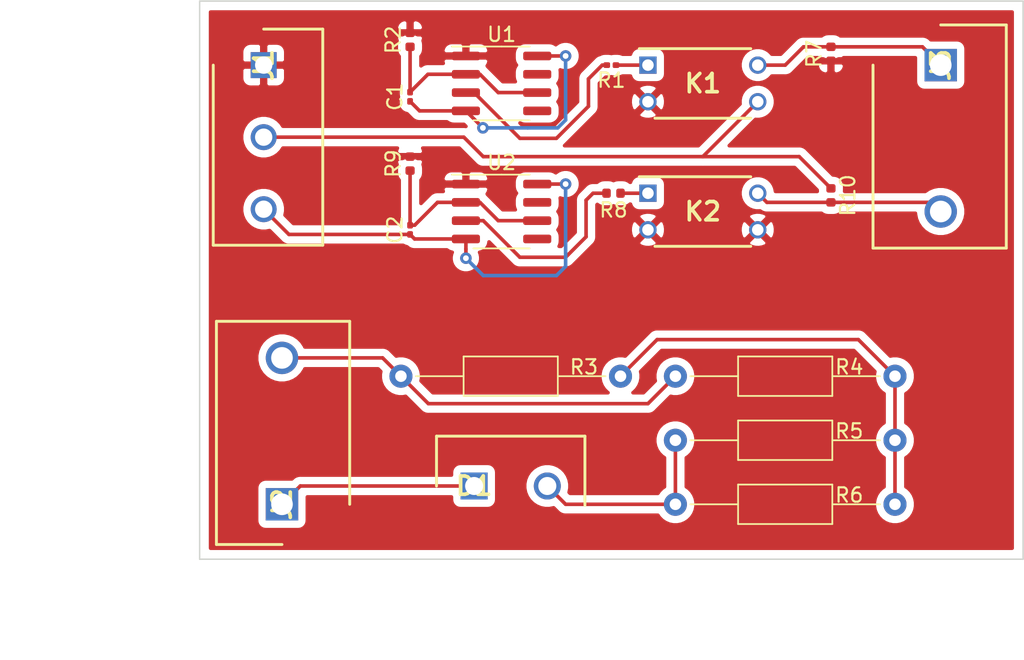
<source format=kicad_pcb>
(kicad_pcb (version 20171130) (host pcbnew "(5.1.6)-1")

  (general
    (thickness 1.6)
    (drawings 6)
    (tracks 86)
    (zones 0)
    (modules 20)
    (nets 20)
  )

  (page A4)
  (layers
    (0 F.Cu signal)
    (31 B.Cu signal)
    (32 B.Adhes user)
    (33 F.Adhes user)
    (34 B.Paste user)
    (35 F.Paste user)
    (36 B.SilkS user)
    (37 F.SilkS user)
    (38 B.Mask user)
    (39 F.Mask user)
    (40 Dwgs.User user)
    (41 Cmts.User user)
    (42 Eco1.User user)
    (43 Eco2.User user)
    (44 Edge.Cuts user)
    (45 Margin user)
    (46 B.CrtYd user)
    (47 F.CrtYd user)
    (48 B.Fab user)
    (49 F.Fab user)
  )

  (setup
    (last_trace_width 0.25)
    (trace_clearance 0.2)
    (zone_clearance 0.508)
    (zone_45_only no)
    (trace_min 0.2)
    (via_size 0.8)
    (via_drill 0.4)
    (via_min_size 0.4)
    (via_min_drill 0.3)
    (uvia_size 0.3)
    (uvia_drill 0.1)
    (uvias_allowed no)
    (uvia_min_size 0.2)
    (uvia_min_drill 0.1)
    (edge_width 0.05)
    (segment_width 0.2)
    (pcb_text_width 0.3)
    (pcb_text_size 1.5 1.5)
    (mod_edge_width 0.12)
    (mod_text_size 1 1)
    (mod_text_width 0.15)
    (pad_size 1.524 1.524)
    (pad_drill 0.762)
    (pad_to_mask_clearance 0.05)
    (aux_axis_origin 0 0)
    (visible_elements 7FFFFFFF)
    (pcbplotparams
      (layerselection 0x010fc_ffffffff)
      (usegerberextensions false)
      (usegerberattributes true)
      (usegerberadvancedattributes true)
      (creategerberjobfile true)
      (excludeedgelayer true)
      (linewidth 0.100000)
      (plotframeref false)
      (viasonmask false)
      (mode 1)
      (useauxorigin false)
      (hpglpennumber 1)
      (hpglpenspeed 20)
      (hpglpendiameter 15.000000)
      (psnegative false)
      (psa4output false)
      (plotreference true)
      (plotvalue true)
      (plotinvisibletext false)
      (padsonsilk false)
      (subtractmaskfromsilk false)
      (outputformat 1)
      (mirror false)
      (drillshape 1)
      (scaleselection 1)
      (outputdirectory ""))
  )

  (net 0 "")
  (net 1 "Net-(C1-Pad2)")
  (net 2 +5V)
  (net 3 "Net-(C2-Pad2)")
  (net 4 C_inverter)
  (net 5 "Net-(D1-Pad2)")
  (net 6 GND)
  (net 7 +VDC)
  (net 8 AIR_coil)
  (net 9 PRECHARGE_coil)
  (net 10 PRECHARGE_relay_exit)
  (net 11 "Net-(K1-Pad1)")
  (net 12 "Net-(K2-Pad1)")
  (net 13 AIR_coupler)
  (net 14 "Net-(R3-Pad1)")
  (net 15 PRECHARGE_coupler)
  (net 16 "Net-(U1-Pad7)")
  (net 17 "Net-(U1-Pad5)")
  (net 18 "Net-(U2-Pad5)")
  (net 19 "Net-(U2-Pad7)")

  (net_class Default "This is the default net class."
    (clearance 0.2)
    (trace_width 0.25)
    (via_dia 0.8)
    (via_drill 0.4)
    (uvia_dia 0.3)
    (uvia_drill 0.1)
    (add_net +5V)
    (add_net +VDC)
    (add_net AIR_coil)
    (add_net AIR_coupler)
    (add_net C_inverter)
    (add_net GND)
    (add_net "Net-(C1-Pad2)")
    (add_net "Net-(C2-Pad2)")
    (add_net "Net-(D1-Pad2)")
    (add_net "Net-(K1-Pad1)")
    (add_net "Net-(K2-Pad1)")
    (add_net "Net-(R3-Pad1)")
    (add_net "Net-(U1-Pad5)")
    (add_net "Net-(U1-Pad7)")
    (add_net "Net-(U2-Pad5)")
    (add_net "Net-(U2-Pad7)")
    (add_net PRECHARGE_coil)
    (add_net PRECHARGE_coupler)
    (add_net PRECHARGE_relay_exit)
  )

  (module Capacitor_SMD:C_0201_0603Metric (layer F.Cu) (tedit 5B301BBE) (tstamp 5F331F6D)
    (at 161.29 94.905 90)
    (descr "Capacitor SMD 0201 (0603 Metric), square (rectangular) end terminal, IPC_7351 nominal, (Body size source: https://www.vishay.com/docs/20052/crcw0201e3.pdf), generated with kicad-footprint-generator")
    (tags capacitor)
    (path /5F2D48F7)
    (attr smd)
    (fp_text reference C1 (at 0 -1.05 90) (layer F.SilkS)
      (effects (font (size 1 1) (thickness 0.15)))
    )
    (fp_text value 100u (at 0 1.05 90) (layer F.Fab)
      (effects (font (size 1 1) (thickness 0.15)))
    )
    (fp_line (start -0.3 0.15) (end -0.3 -0.15) (layer F.Fab) (width 0.1))
    (fp_line (start -0.3 -0.15) (end 0.3 -0.15) (layer F.Fab) (width 0.1))
    (fp_line (start 0.3 -0.15) (end 0.3 0.15) (layer F.Fab) (width 0.1))
    (fp_line (start 0.3 0.15) (end -0.3 0.15) (layer F.Fab) (width 0.1))
    (fp_line (start -0.7 0.35) (end -0.7 -0.35) (layer F.CrtYd) (width 0.05))
    (fp_line (start -0.7 -0.35) (end 0.7 -0.35) (layer F.CrtYd) (width 0.05))
    (fp_line (start 0.7 -0.35) (end 0.7 0.35) (layer F.CrtYd) (width 0.05))
    (fp_line (start 0.7 0.35) (end -0.7 0.35) (layer F.CrtYd) (width 0.05))
    (fp_text user %R (at 0 -0.68 90) (layer F.Fab)
      (effects (font (size 0.25 0.25) (thickness 0.04)))
    )
    (pad "" smd roundrect (at -0.345 0 90) (size 0.318 0.36) (layers F.Paste) (roundrect_rratio 0.25))
    (pad "" smd roundrect (at 0.345 0 90) (size 0.318 0.36) (layers F.Paste) (roundrect_rratio 0.25))
    (pad 1 smd roundrect (at -0.32 0 90) (size 0.46 0.4) (layers F.Cu F.Mask) (roundrect_rratio 0.25)
      (net 2 +5V))
    (pad 2 smd roundrect (at 0.32 0 90) (size 0.46 0.4) (layers F.Cu F.Mask) (roundrect_rratio 0.25)
      (net 1 "Net-(C1-Pad2)"))
    (model ${KISYS3DMOD}/Capacitor_SMD.3dshapes/C_0201_0603Metric.wrl
      (at (xyz 0 0 0))
      (scale (xyz 1 1 1))
      (rotate (xyz 0 0 0))
    )
  )

  (module Capacitor_SMD:C_0201_0603Metric (layer F.Cu) (tedit 5B301BBE) (tstamp 5F331F7E)
    (at 161.29 104.14 90)
    (descr "Capacitor SMD 0201 (0603 Metric), square (rectangular) end terminal, IPC_7351 nominal, (Body size source: https://www.vishay.com/docs/20052/crcw0201e3.pdf), generated with kicad-footprint-generator")
    (tags capacitor)
    (path /5F2DBD5A)
    (attr smd)
    (fp_text reference C2 (at 0 -1.05 90) (layer F.SilkS)
      (effects (font (size 1 1) (thickness 0.15)))
    )
    (fp_text value 100u (at 0 1.05 90) (layer F.Fab)
      (effects (font (size 1 1) (thickness 0.15)))
    )
    (fp_line (start 0.7 0.35) (end -0.7 0.35) (layer F.CrtYd) (width 0.05))
    (fp_line (start 0.7 -0.35) (end 0.7 0.35) (layer F.CrtYd) (width 0.05))
    (fp_line (start -0.7 -0.35) (end 0.7 -0.35) (layer F.CrtYd) (width 0.05))
    (fp_line (start -0.7 0.35) (end -0.7 -0.35) (layer F.CrtYd) (width 0.05))
    (fp_line (start 0.3 0.15) (end -0.3 0.15) (layer F.Fab) (width 0.1))
    (fp_line (start 0.3 -0.15) (end 0.3 0.15) (layer F.Fab) (width 0.1))
    (fp_line (start -0.3 -0.15) (end 0.3 -0.15) (layer F.Fab) (width 0.1))
    (fp_line (start -0.3 0.15) (end -0.3 -0.15) (layer F.Fab) (width 0.1))
    (fp_text user %R (at 0 -0.68 90) (layer F.Fab)
      (effects (font (size 0.25 0.25) (thickness 0.04)))
    )
    (pad 2 smd roundrect (at 0.32 0 90) (size 0.46 0.4) (layers F.Cu F.Mask) (roundrect_rratio 0.25)
      (net 3 "Net-(C2-Pad2)"))
    (pad 1 smd roundrect (at -0.32 0 90) (size 0.46 0.4) (layers F.Cu F.Mask) (roundrect_rratio 0.25)
      (net 2 +5V))
    (pad "" smd roundrect (at 0.345 0 90) (size 0.318 0.36) (layers F.Paste) (roundrect_rratio 0.25))
    (pad "" smd roundrect (at -0.345 0 90) (size 0.318 0.36) (layers F.Paste) (roundrect_rratio 0.25))
    (model ${KISYS3DMOD}/Capacitor_SMD.3dshapes/C_0201_0603Metric.wrl
      (at (xyz 0 0 0))
      (scale (xyz 1 1 1))
      (rotate (xyz 0 0 0))
    )
  )

  (module SamacSys_Parts:TO508P480X1010X1840-2P (layer F.Cu) (tedit 0) (tstamp 5F331F91)
    (at 165.735 121.92)
    (descr TO220NFM)
    (tags Diode)
    (path /5F2FCC3D)
    (fp_text reference D1 (at 0 0) (layer F.SilkS)
      (effects (font (size 1.27 1.27) (thickness 0.254)))
    )
    (fp_text value RFN10TF6SFHC9 (at 0 0) (layer F.SilkS) hide
      (effects (font (size 1.27 1.27) (thickness 0.254)))
    )
    (fp_line (start -2.86 -3.71) (end 7.94 -3.71) (layer F.CrtYd) (width 0.05))
    (fp_line (start 7.94 -3.71) (end 7.94 1.59) (layer F.CrtYd) (width 0.05))
    (fp_line (start 7.94 1.59) (end -2.86 1.59) (layer F.CrtYd) (width 0.05))
    (fp_line (start -2.86 1.59) (end -2.86 -3.71) (layer F.CrtYd) (width 0.05))
    (fp_line (start -2.61 -3.46) (end 7.69 -3.46) (layer F.Fab) (width 0.1))
    (fp_line (start 7.69 -3.46) (end 7.69 1.34) (layer F.Fab) (width 0.1))
    (fp_line (start 7.69 1.34) (end -2.61 1.34) (layer F.Fab) (width 0.1))
    (fp_line (start -2.61 1.34) (end -2.61 -3.46) (layer F.Fab) (width 0.1))
    (fp_line (start -2.61 -0.92) (end -0.07 -3.46) (layer F.Fab) (width 0.1))
    (fp_line (start 7.69 1.34) (end 7.69 -3.46) (layer F.SilkS) (width 0.2))
    (fp_line (start 7.69 -3.46) (end -2.61 -3.46) (layer F.SilkS) (width 0.2))
    (fp_line (start -2.61 -3.46) (end -2.61 0) (layer F.SilkS) (width 0.2))
    (fp_text user %R (at 0 0) (layer F.Fab)
      (effects (font (size 1.27 1.27) (thickness 0.254)))
    )
    (pad 1 thru_hole rect (at 0 0) (size 1.875 1.875) (drill 1.25) (layers *.Cu *.Mask)
      (net 4 C_inverter))
    (pad 2 thru_hole circle (at 5.08 0) (size 1.875 1.875) (drill 1.25) (layers *.Cu *.Mask)
      (net 5 "Net-(D1-Pad2)"))
    (model C:\SamacSys_PCB_Library\Kicad\SamacSys_Parts.3dshapes\RFN10TF6SFHC9.stp
      (at (xyz 0 0 0))
      (scale (xyz 1 1 1))
      (rotate (xyz 0 0 0))
    )
  )

  (module SamacSys_Parts:SHDR3W100P0X500_1X3_1500X760X1000P (layer F.Cu) (tedit 0) (tstamp 5F331FA5)
    (at 151.13 92.71 270)
    (descr TB002-500-03BE)
    (tags Connector)
    (path /5F33743C)
    (fp_text reference J1 (at 0 0 90) (layer F.SilkS)
      (effects (font (size 1.27 1.27) (thickness 0.254)))
    )
    (fp_text value TB002-500-03BE (at 0 0 90) (layer F.SilkS) hide
      (effects (font (size 1.27 1.27) (thickness 0.254)))
    )
    (fp_line (start -2.75 3.75) (end -2.75 -4.35) (layer F.CrtYd) (width 0.05))
    (fp_line (start -2.75 -4.35) (end 12.75 -4.35) (layer F.CrtYd) (width 0.05))
    (fp_line (start 12.75 -4.35) (end 12.75 3.75) (layer F.CrtYd) (width 0.05))
    (fp_line (start 12.75 3.75) (end -2.75 3.75) (layer F.CrtYd) (width 0.05))
    (fp_line (start -2.5 3.5) (end -2.5 -4.1) (layer F.Fab) (width 0.1))
    (fp_line (start -2.5 -4.1) (end 12.5 -4.1) (layer F.Fab) (width 0.1))
    (fp_line (start 12.5 -4.1) (end 12.5 3.5) (layer F.Fab) (width 0.1))
    (fp_line (start 12.5 3.5) (end -2.5 3.5) (layer F.Fab) (width 0.1))
    (fp_line (start 0 3.5) (end 12.5 3.5) (layer F.SilkS) (width 0.2))
    (fp_line (start 12.5 3.5) (end 12.5 -4.1) (layer F.SilkS) (width 0.2))
    (fp_line (start 12.5 -4.1) (end -2.5 -4.1) (layer F.SilkS) (width 0.2))
    (fp_line (start -2.5 -4.1) (end -2.5 0) (layer F.SilkS) (width 0.2))
    (fp_text user %R (at 0 0 90) (layer F.Fab)
      (effects (font (size 1.27 1.27) (thickness 0.254)))
    )
    (pad 1 thru_hole rect (at 0 0 270) (size 1.8 1.8) (drill 1.2) (layers *.Cu *.Mask)
      (net 6 GND))
    (pad 2 thru_hole circle (at 5 0 270) (size 1.8 1.8) (drill 1.2) (layers *.Cu *.Mask)
      (net 7 +VDC))
    (pad 3 thru_hole circle (at 10 0 270) (size 1.8 1.8) (drill 1.2) (layers *.Cu *.Mask)
      (net 2 +5V))
    (model C:\SamacSys_PCB_Library\Kicad\SamacSys_Parts.3dshapes\TB002-500-03BE.stp
      (at (xyz 0 0 0))
      (scale (xyz 1 1 1))
      (rotate (xyz 0 0 0))
    )
  )

  (module SamacSys_Parts:SHDR2W130P0X1016_1X2_1524X900X1550P (layer F.Cu) (tedit 0) (tstamp 5F331FB8)
    (at 152.4 123.19 90)
    (descr 282843-2)
    (tags Connector)
    (path /5F342726)
    (fp_text reference J2 (at 0 0 90) (layer F.SilkS)
      (effects (font (size 1.27 1.27) (thickness 0.254)))
    )
    (fp_text value 282843-2 (at 0 0 90) (layer F.SilkS) hide
      (effects (font (size 1.27 1.27) (thickness 0.254)))
    )
    (fp_line (start -2.79 -4.55) (end -2.79 0) (layer F.SilkS) (width 0.2))
    (fp_line (start 12.7 -4.55) (end -2.79 -4.55) (layer F.SilkS) (width 0.2))
    (fp_line (start 12.7 4.7) (end 12.7 -4.55) (layer F.SilkS) (width 0.2))
    (fp_line (start 0 4.7) (end 12.7 4.7) (layer F.SilkS) (width 0.2))
    (fp_line (start 12.7 4.7) (end -2.79 4.7) (layer F.Fab) (width 0.1))
    (fp_line (start 12.7 -4.55) (end 12.7 4.7) (layer F.Fab) (width 0.1))
    (fp_line (start -2.79 -4.55) (end 12.7 -4.55) (layer F.Fab) (width 0.1))
    (fp_line (start -2.79 4.7) (end -2.79 -4.55) (layer F.Fab) (width 0.1))
    (fp_line (start 12.95 4.95) (end -3.04 4.95) (layer F.CrtYd) (width 0.05))
    (fp_line (start 12.95 -4.8) (end 12.95 4.95) (layer F.CrtYd) (width 0.05))
    (fp_line (start -3.04 -4.8) (end 12.95 -4.8) (layer F.CrtYd) (width 0.05))
    (fp_line (start -3.04 4.95) (end -3.04 -4.8) (layer F.CrtYd) (width 0.05))
    (fp_text user %R (at 0 0 90) (layer F.Fab)
      (effects (font (size 1.27 1.27) (thickness 0.254)))
    )
    (pad 2 thru_hole circle (at 10.16 0 90) (size 2.25 2.25) (drill 1.5) (layers *.Cu *.Mask)
      (net 10 PRECHARGE_relay_exit))
    (pad 1 thru_hole rect (at 0 0 90) (size 2.25 2.25) (drill 1.5) (layers *.Cu *.Mask)
      (net 4 C_inverter))
    (model C:\SamacSys_PCB_Library\Kicad\SamacSys_Parts.3dshapes\282843-2.stp
      (at (xyz 0 0 0))
      (scale (xyz 1 1 1))
      (rotate (xyz 0 0 0))
    )
  )

  (module SamacSys_Parts:SHDR2W130P0X1016_1X2_1524X900X1550P (layer F.Cu) (tedit 0) (tstamp 5F331FCB)
    (at 198.12 92.71 270)
    (descr 282843-2)
    (tags Connector)
    (path /5F344511)
    (fp_text reference J3 (at 0 0 90) (layer F.SilkS)
      (effects (font (size 1.27 1.27) (thickness 0.254)))
    )
    (fp_text value 282843-2 (at 0 0 90) (layer F.SilkS) hide
      (effects (font (size 1.27 1.27) (thickness 0.254)))
    )
    (fp_line (start -3.04 4.95) (end -3.04 -4.8) (layer F.CrtYd) (width 0.05))
    (fp_line (start -3.04 -4.8) (end 12.95 -4.8) (layer F.CrtYd) (width 0.05))
    (fp_line (start 12.95 -4.8) (end 12.95 4.95) (layer F.CrtYd) (width 0.05))
    (fp_line (start 12.95 4.95) (end -3.04 4.95) (layer F.CrtYd) (width 0.05))
    (fp_line (start -2.79 4.7) (end -2.79 -4.55) (layer F.Fab) (width 0.1))
    (fp_line (start -2.79 -4.55) (end 12.7 -4.55) (layer F.Fab) (width 0.1))
    (fp_line (start 12.7 -4.55) (end 12.7 4.7) (layer F.Fab) (width 0.1))
    (fp_line (start 12.7 4.7) (end -2.79 4.7) (layer F.Fab) (width 0.1))
    (fp_line (start 0 4.7) (end 12.7 4.7) (layer F.SilkS) (width 0.2))
    (fp_line (start 12.7 4.7) (end 12.7 -4.55) (layer F.SilkS) (width 0.2))
    (fp_line (start 12.7 -4.55) (end -2.79 -4.55) (layer F.SilkS) (width 0.2))
    (fp_line (start -2.79 -4.55) (end -2.79 0) (layer F.SilkS) (width 0.2))
    (fp_text user %R (at 0 0 90) (layer F.Fab)
      (effects (font (size 1.27 1.27) (thickness 0.254)))
    )
    (pad 1 thru_hole rect (at 0 0 270) (size 2.25 2.25) (drill 1.5) (layers *.Cu *.Mask)
      (net 8 AIR_coil))
    (pad 2 thru_hole circle (at 10.16 0 270) (size 2.25 2.25) (drill 1.5) (layers *.Cu *.Mask)
      (net 9 PRECHARGE_coil))
    (model C:\SamacSys_PCB_Library\Kicad\SamacSys_Parts.3dshapes\282843-2.stp
      (at (xyz 0 0 0))
      (scale (xyz 1 1 1))
      (rotate (xyz 0 0 0))
    )
  )

  (module SamacSys_Parts:DIP762W60P254L458H485Q4N (layer F.Cu) (tedit 0) (tstamp 5F331FDF)
    (at 181.61 93.98)
    (descr "TLP3555A(TP1,F-1")
    (tags "Relay or Contactor")
    (path /5F2D41FE)
    (fp_text reference K1 (at 0 0) (layer F.SilkS)
      (effects (font (size 1.27 1.27) (thickness 0.254)))
    )
    (fp_text value TLP3555A_TP1,F (at 0 0) (layer F.SilkS) hide
      (effects (font (size 1.27 1.27) (thickness 0.254)))
    )
    (fp_line (start -4.785 -2.665) (end 4.785 -2.665) (layer F.CrtYd) (width 0.05))
    (fp_line (start 4.785 -2.665) (end 4.785 2.665) (layer F.CrtYd) (width 0.05))
    (fp_line (start 4.785 2.665) (end -4.785 2.665) (layer F.CrtYd) (width 0.05))
    (fp_line (start -4.785 2.665) (end -4.785 -2.665) (layer F.CrtYd) (width 0.05))
    (fp_line (start -3.325 -2.415) (end 3.325 -2.415) (layer F.Fab) (width 0.1))
    (fp_line (start 3.325 -2.415) (end 3.325 2.415) (layer F.Fab) (width 0.1))
    (fp_line (start 3.325 2.415) (end -3.325 2.415) (layer F.Fab) (width 0.1))
    (fp_line (start -3.325 2.415) (end -3.325 -2.415) (layer F.Fab) (width 0.1))
    (fp_line (start -3.325 -1.145) (end -2.055 -2.415) (layer F.Fab) (width 0.1))
    (fp_line (start -4.41 -2.415) (end 3.325 -2.415) (layer F.SilkS) (width 0.2))
    (fp_line (start -3.325 2.415) (end 3.325 2.415) (layer F.SilkS) (width 0.2))
    (fp_text user %R (at 0 0) (layer F.Fab)
      (effects (font (size 1.27 1.27) (thickness 0.254)))
    )
    (pad 1 thru_hole rect (at -3.81 -1.27) (size 1.2 1.2) (drill 0.8) (layers *.Cu *.Mask)
      (net 11 "Net-(K1-Pad1)"))
    (pad 2 thru_hole circle (at -3.81 1.27) (size 1.2 1.2) (drill 0.8) (layers *.Cu *.Mask)
      (net 6 GND))
    (pad 3 thru_hole circle (at 3.81 1.27) (size 1.2 1.2) (drill 0.8) (layers *.Cu *.Mask)
      (net 7 +VDC))
    (pad 4 thru_hole circle (at 3.81 -1.27) (size 1.2 1.2) (drill 0.8) (layers *.Cu *.Mask)
      (net 8 AIR_coil))
    (model C:\SamacSys_PCB_Library\Kicad\SamacSys_Parts.3dshapes\TLP3555A_TP1,F.stp
      (at (xyz 0 0 0))
      (scale (xyz 1 1 1))
      (rotate (xyz 0 0 0))
    )
  )

  (module SamacSys_Parts:DIP762W60P254L458H485Q4N (layer F.Cu) (tedit 0) (tstamp 5F331FF3)
    (at 181.61 102.87)
    (descr "TLP3555A(TP1,F-1")
    (tags "Relay or Contactor")
    (path /5F2E462C)
    (fp_text reference K2 (at 0 0) (layer F.SilkS)
      (effects (font (size 1.27 1.27) (thickness 0.254)))
    )
    (fp_text value TLP3555A_TP1,F (at 0 0) (layer F.SilkS) hide
      (effects (font (size 1.27 1.27) (thickness 0.254)))
    )
    (fp_line (start -3.325 2.415) (end 3.325 2.415) (layer F.SilkS) (width 0.2))
    (fp_line (start -4.41 -2.415) (end 3.325 -2.415) (layer F.SilkS) (width 0.2))
    (fp_line (start -3.325 -1.145) (end -2.055 -2.415) (layer F.Fab) (width 0.1))
    (fp_line (start -3.325 2.415) (end -3.325 -2.415) (layer F.Fab) (width 0.1))
    (fp_line (start 3.325 2.415) (end -3.325 2.415) (layer F.Fab) (width 0.1))
    (fp_line (start 3.325 -2.415) (end 3.325 2.415) (layer F.Fab) (width 0.1))
    (fp_line (start -3.325 -2.415) (end 3.325 -2.415) (layer F.Fab) (width 0.1))
    (fp_line (start -4.785 2.665) (end -4.785 -2.665) (layer F.CrtYd) (width 0.05))
    (fp_line (start 4.785 2.665) (end -4.785 2.665) (layer F.CrtYd) (width 0.05))
    (fp_line (start 4.785 -2.665) (end 4.785 2.665) (layer F.CrtYd) (width 0.05))
    (fp_line (start -4.785 -2.665) (end 4.785 -2.665) (layer F.CrtYd) (width 0.05))
    (fp_text user %R (at 0 0) (layer F.Fab)
      (effects (font (size 1.27 1.27) (thickness 0.254)))
    )
    (pad 4 thru_hole circle (at 3.81 -1.27) (size 1.2 1.2) (drill 0.8) (layers *.Cu *.Mask)
      (net 9 PRECHARGE_coil))
    (pad 3 thru_hole circle (at 3.81 1.27) (size 1.2 1.2) (drill 0.8) (layers *.Cu *.Mask)
      (net 6 GND))
    (pad 2 thru_hole circle (at -3.81 1.27) (size 1.2 1.2) (drill 0.8) (layers *.Cu *.Mask)
      (net 6 GND))
    (pad 1 thru_hole rect (at -3.81 -1.27) (size 1.2 1.2) (drill 0.8) (layers *.Cu *.Mask)
      (net 12 "Net-(K2-Pad1)"))
    (model C:\SamacSys_PCB_Library\Kicad\SamacSys_Parts.3dshapes\TLP3555A_TP1,F.stp
      (at (xyz 0 0 0))
      (scale (xyz 1 1 1))
      (rotate (xyz 0 0 0))
    )
  )

  (module Resistor_SMD:R_0201_0603Metric (layer F.Cu) (tedit 5B301BBD) (tstamp 5F332004)
    (at 175.26 92.71 180)
    (descr "Resistor SMD 0201 (0603 Metric), square (rectangular) end terminal, IPC_7351 nominal, (Body size source: https://www.vishay.com/docs/20052/crcw0201e3.pdf), generated with kicad-footprint-generator")
    (tags resistor)
    (path /5F2D6C94)
    (attr smd)
    (fp_text reference R1 (at 0 -1.05) (layer F.SilkS)
      (effects (font (size 1 1) (thickness 0.15)))
    )
    (fp_text value 1k (at 0 1.05) (layer F.Fab)
      (effects (font (size 1 1) (thickness 0.15)))
    )
    (fp_line (start -0.3 0.15) (end -0.3 -0.15) (layer F.Fab) (width 0.1))
    (fp_line (start -0.3 -0.15) (end 0.3 -0.15) (layer F.Fab) (width 0.1))
    (fp_line (start 0.3 -0.15) (end 0.3 0.15) (layer F.Fab) (width 0.1))
    (fp_line (start 0.3 0.15) (end -0.3 0.15) (layer F.Fab) (width 0.1))
    (fp_line (start -0.7 0.35) (end -0.7 -0.35) (layer F.CrtYd) (width 0.05))
    (fp_line (start -0.7 -0.35) (end 0.7 -0.35) (layer F.CrtYd) (width 0.05))
    (fp_line (start 0.7 -0.35) (end 0.7 0.35) (layer F.CrtYd) (width 0.05))
    (fp_line (start 0.7 0.35) (end -0.7 0.35) (layer F.CrtYd) (width 0.05))
    (fp_text user %R (at 0 -0.68) (layer F.Fab)
      (effects (font (size 0.25 0.25) (thickness 0.04)))
    )
    (pad "" smd roundrect (at -0.345 0 180) (size 0.318 0.36) (layers F.Paste) (roundrect_rratio 0.25))
    (pad "" smd roundrect (at 0.345 0 180) (size 0.318 0.36) (layers F.Paste) (roundrect_rratio 0.25))
    (pad 1 smd roundrect (at -0.32 0 180) (size 0.46 0.4) (layers F.Cu F.Mask) (roundrect_rratio 0.25)
      (net 11 "Net-(K1-Pad1)"))
    (pad 2 smd roundrect (at 0.32 0 180) (size 0.46 0.4) (layers F.Cu F.Mask) (roundrect_rratio 0.25)
      (net 13 AIR_coupler))
    (model ${KISYS3DMOD}/Resistor_SMD.3dshapes/R_0201_0603Metric.wrl
      (at (xyz 0 0 0))
      (scale (xyz 1 1 1))
      (rotate (xyz 0 0 0))
    )
  )

  (module Resistor_SMD:R_0402_1005Metric (layer F.Cu) (tedit 5B301BBD) (tstamp 5F332013)
    (at 161.29 90.955 90)
    (descr "Resistor SMD 0402 (1005 Metric), square (rectangular) end terminal, IPC_7351 nominal, (Body size source: http://www.tortai-tech.com/upload/download/2011102023233369053.pdf), generated with kicad-footprint-generator")
    (tags resistor)
    (path /5F2D4BD8)
    (attr smd)
    (fp_text reference R2 (at 0 -1.17 90) (layer F.SilkS)
      (effects (font (size 1 1) (thickness 0.15)))
    )
    (fp_text value 16k (at 0 1.17 90) (layer F.Fab)
      (effects (font (size 1 1) (thickness 0.15)))
    )
    (fp_line (start -0.5 0.25) (end -0.5 -0.25) (layer F.Fab) (width 0.1))
    (fp_line (start -0.5 -0.25) (end 0.5 -0.25) (layer F.Fab) (width 0.1))
    (fp_line (start 0.5 -0.25) (end 0.5 0.25) (layer F.Fab) (width 0.1))
    (fp_line (start 0.5 0.25) (end -0.5 0.25) (layer F.Fab) (width 0.1))
    (fp_line (start -0.93 0.47) (end -0.93 -0.47) (layer F.CrtYd) (width 0.05))
    (fp_line (start -0.93 -0.47) (end 0.93 -0.47) (layer F.CrtYd) (width 0.05))
    (fp_line (start 0.93 -0.47) (end 0.93 0.47) (layer F.CrtYd) (width 0.05))
    (fp_line (start 0.93 0.47) (end -0.93 0.47) (layer F.CrtYd) (width 0.05))
    (fp_text user %R (at 0 0 90) (layer F.Fab)
      (effects (font (size 0.25 0.25) (thickness 0.04)))
    )
    (pad 1 smd roundrect (at -0.485 0 90) (size 0.59 0.64) (layers F.Cu F.Paste F.Mask) (roundrect_rratio 0.25)
      (net 1 "Net-(C1-Pad2)"))
    (pad 2 smd roundrect (at 0.485 0 90) (size 0.59 0.64) (layers F.Cu F.Paste F.Mask) (roundrect_rratio 0.25)
      (net 6 GND))
    (model ${KISYS3DMOD}/Resistor_SMD.3dshapes/R_0402_1005Metric.wrl
      (at (xyz 0 0 0))
      (scale (xyz 1 1 1))
      (rotate (xyz 0 0 0))
    )
  )

  (module Resistor_THT:R_Axial_DIN0207_L6.3mm_D2.5mm_P15.24mm_Horizontal (layer F.Cu) (tedit 5AE5139B) (tstamp 5F33202A)
    (at 175.895 114.3 180)
    (descr "Resistor, Axial_DIN0207 series, Axial, Horizontal, pin pitch=15.24mm, 0.25W = 1/4W, length*diameter=6.3*2.5mm^2, http://cdn-reichelt.de/documents/datenblatt/B400/1_4W%23YAG.pdf")
    (tags "Resistor Axial_DIN0207 series Axial Horizontal pin pitch 15.24mm 0.25W = 1/4W length 6.3mm diameter 2.5mm")
    (path /5F2F53BF)
    (fp_text reference R3 (at 2.54 0.635) (layer F.SilkS)
      (effects (font (size 1 1) (thickness 0.15)))
    )
    (fp_text value 1.2k (at 7.62 2.37) (layer F.Fab)
      (effects (font (size 1 1) (thickness 0.15)))
    )
    (fp_line (start 16.29 -1.5) (end -1.05 -1.5) (layer F.CrtYd) (width 0.05))
    (fp_line (start 16.29 1.5) (end 16.29 -1.5) (layer F.CrtYd) (width 0.05))
    (fp_line (start -1.05 1.5) (end 16.29 1.5) (layer F.CrtYd) (width 0.05))
    (fp_line (start -1.05 -1.5) (end -1.05 1.5) (layer F.CrtYd) (width 0.05))
    (fp_line (start 14.2 0) (end 10.89 0) (layer F.SilkS) (width 0.12))
    (fp_line (start 1.04 0) (end 4.35 0) (layer F.SilkS) (width 0.12))
    (fp_line (start 10.89 -1.37) (end 4.35 -1.37) (layer F.SilkS) (width 0.12))
    (fp_line (start 10.89 1.37) (end 10.89 -1.37) (layer F.SilkS) (width 0.12))
    (fp_line (start 4.35 1.37) (end 10.89 1.37) (layer F.SilkS) (width 0.12))
    (fp_line (start 4.35 -1.37) (end 4.35 1.37) (layer F.SilkS) (width 0.12))
    (fp_line (start 15.24 0) (end 10.77 0) (layer F.Fab) (width 0.1))
    (fp_line (start 0 0) (end 4.47 0) (layer F.Fab) (width 0.1))
    (fp_line (start 10.77 -1.25) (end 4.47 -1.25) (layer F.Fab) (width 0.1))
    (fp_line (start 10.77 1.25) (end 10.77 -1.25) (layer F.Fab) (width 0.1))
    (fp_line (start 4.47 1.25) (end 10.77 1.25) (layer F.Fab) (width 0.1))
    (fp_line (start 4.47 -1.25) (end 4.47 1.25) (layer F.Fab) (width 0.1))
    (fp_text user %R (at 7.62 0) (layer F.Fab)
      (effects (font (size 1 1) (thickness 0.15)))
    )
    (pad 2 thru_hole oval (at 15.24 0 180) (size 1.6 1.6) (drill 0.8) (layers *.Cu *.Mask)
      (net 10 PRECHARGE_relay_exit))
    (pad 1 thru_hole circle (at 0 0 180) (size 1.6 1.6) (drill 0.8) (layers *.Cu *.Mask)
      (net 14 "Net-(R3-Pad1)"))
    (model ${KISYS3DMOD}/Resistor_THT.3dshapes/R_Axial_DIN0207_L6.3mm_D2.5mm_P15.24mm_Horizontal.wrl
      (at (xyz 0 0 0))
      (scale (xyz 1 1 1))
      (rotate (xyz 0 0 0))
    )
  )

  (module Resistor_THT:R_Axial_DIN0207_L6.3mm_D2.5mm_P15.24mm_Horizontal (layer F.Cu) (tedit 5AE5139B) (tstamp 5F332041)
    (at 194.945 114.3 180)
    (descr "Resistor, Axial_DIN0207 series, Axial, Horizontal, pin pitch=15.24mm, 0.25W = 1/4W, length*diameter=6.3*2.5mm^2, http://cdn-reichelt.de/documents/datenblatt/B400/1_4W%23YAG.pdf")
    (tags "Resistor Axial_DIN0207 series Axial Horizontal pin pitch 15.24mm 0.25W = 1/4W length 6.3mm diameter 2.5mm")
    (path /5F2F6886)
    (fp_text reference R4 (at 3.175 0.635) (layer F.SilkS)
      (effects (font (size 1 1) (thickness 0.15)))
    )
    (fp_text value 1.2k (at 7.62 2.37) (layer F.Fab)
      (effects (font (size 1 1) (thickness 0.15)))
    )
    (fp_line (start 16.29 -1.5) (end -1.05 -1.5) (layer F.CrtYd) (width 0.05))
    (fp_line (start 16.29 1.5) (end 16.29 -1.5) (layer F.CrtYd) (width 0.05))
    (fp_line (start -1.05 1.5) (end 16.29 1.5) (layer F.CrtYd) (width 0.05))
    (fp_line (start -1.05 -1.5) (end -1.05 1.5) (layer F.CrtYd) (width 0.05))
    (fp_line (start 14.2 0) (end 10.89 0) (layer F.SilkS) (width 0.12))
    (fp_line (start 1.04 0) (end 4.35 0) (layer F.SilkS) (width 0.12))
    (fp_line (start 10.89 -1.37) (end 4.35 -1.37) (layer F.SilkS) (width 0.12))
    (fp_line (start 10.89 1.37) (end 10.89 -1.37) (layer F.SilkS) (width 0.12))
    (fp_line (start 4.35 1.37) (end 10.89 1.37) (layer F.SilkS) (width 0.12))
    (fp_line (start 4.35 -1.37) (end 4.35 1.37) (layer F.SilkS) (width 0.12))
    (fp_line (start 15.24 0) (end 10.77 0) (layer F.Fab) (width 0.1))
    (fp_line (start 0 0) (end 4.47 0) (layer F.Fab) (width 0.1))
    (fp_line (start 10.77 -1.25) (end 4.47 -1.25) (layer F.Fab) (width 0.1))
    (fp_line (start 10.77 1.25) (end 10.77 -1.25) (layer F.Fab) (width 0.1))
    (fp_line (start 4.47 1.25) (end 10.77 1.25) (layer F.Fab) (width 0.1))
    (fp_line (start 4.47 -1.25) (end 4.47 1.25) (layer F.Fab) (width 0.1))
    (fp_text user %R (at 7.62 0) (layer F.Fab)
      (effects (font (size 1 1) (thickness 0.15)))
    )
    (pad 2 thru_hole oval (at 15.24 0 180) (size 1.6 1.6) (drill 0.8) (layers *.Cu *.Mask)
      (net 10 PRECHARGE_relay_exit))
    (pad 1 thru_hole circle (at 0 0 180) (size 1.6 1.6) (drill 0.8) (layers *.Cu *.Mask)
      (net 14 "Net-(R3-Pad1)"))
    (model ${KISYS3DMOD}/Resistor_THT.3dshapes/R_Axial_DIN0207_L6.3mm_D2.5mm_P15.24mm_Horizontal.wrl
      (at (xyz 0 0 0))
      (scale (xyz 1 1 1))
      (rotate (xyz 0 0 0))
    )
  )

  (module Resistor_THT:R_Axial_DIN0207_L6.3mm_D2.5mm_P15.24mm_Horizontal (layer F.Cu) (tedit 5AE5139B) (tstamp 5F332058)
    (at 179.705 118.745)
    (descr "Resistor, Axial_DIN0207 series, Axial, Horizontal, pin pitch=15.24mm, 0.25W = 1/4W, length*diameter=6.3*2.5mm^2, http://cdn-reichelt.de/documents/datenblatt/B400/1_4W%23YAG.pdf")
    (tags "Resistor Axial_DIN0207 series Axial Horizontal pin pitch 15.24mm 0.25W = 1/4W length 6.3mm diameter 2.5mm")
    (path /5F2F5FAC)
    (fp_text reference R5 (at 12.065 -0.635) (layer F.SilkS)
      (effects (font (size 1 1) (thickness 0.15)))
    )
    (fp_text value 1.2k (at 7.62 2.37) (layer F.Fab)
      (effects (font (size 1 1) (thickness 0.15)))
    )
    (fp_line (start 4.47 -1.25) (end 4.47 1.25) (layer F.Fab) (width 0.1))
    (fp_line (start 4.47 1.25) (end 10.77 1.25) (layer F.Fab) (width 0.1))
    (fp_line (start 10.77 1.25) (end 10.77 -1.25) (layer F.Fab) (width 0.1))
    (fp_line (start 10.77 -1.25) (end 4.47 -1.25) (layer F.Fab) (width 0.1))
    (fp_line (start 0 0) (end 4.47 0) (layer F.Fab) (width 0.1))
    (fp_line (start 15.24 0) (end 10.77 0) (layer F.Fab) (width 0.1))
    (fp_line (start 4.35 -1.37) (end 4.35 1.37) (layer F.SilkS) (width 0.12))
    (fp_line (start 4.35 1.37) (end 10.89 1.37) (layer F.SilkS) (width 0.12))
    (fp_line (start 10.89 1.37) (end 10.89 -1.37) (layer F.SilkS) (width 0.12))
    (fp_line (start 10.89 -1.37) (end 4.35 -1.37) (layer F.SilkS) (width 0.12))
    (fp_line (start 1.04 0) (end 4.35 0) (layer F.SilkS) (width 0.12))
    (fp_line (start 14.2 0) (end 10.89 0) (layer F.SilkS) (width 0.12))
    (fp_line (start -1.05 -1.5) (end -1.05 1.5) (layer F.CrtYd) (width 0.05))
    (fp_line (start -1.05 1.5) (end 16.29 1.5) (layer F.CrtYd) (width 0.05))
    (fp_line (start 16.29 1.5) (end 16.29 -1.5) (layer F.CrtYd) (width 0.05))
    (fp_line (start 16.29 -1.5) (end -1.05 -1.5) (layer F.CrtYd) (width 0.05))
    (fp_text user %R (at 7.62 0) (layer F.Fab)
      (effects (font (size 1 1) (thickness 0.15)))
    )
    (pad 1 thru_hole circle (at 0 0) (size 1.6 1.6) (drill 0.8) (layers *.Cu *.Mask)
      (net 5 "Net-(D1-Pad2)"))
    (pad 2 thru_hole oval (at 15.24 0) (size 1.6 1.6) (drill 0.8) (layers *.Cu *.Mask)
      (net 14 "Net-(R3-Pad1)"))
    (model ${KISYS3DMOD}/Resistor_THT.3dshapes/R_Axial_DIN0207_L6.3mm_D2.5mm_P15.24mm_Horizontal.wrl
      (at (xyz 0 0 0))
      (scale (xyz 1 1 1))
      (rotate (xyz 0 0 0))
    )
  )

  (module Resistor_THT:R_Axial_DIN0207_L6.3mm_D2.5mm_P15.24mm_Horizontal (layer F.Cu) (tedit 5AE5139B) (tstamp 5F33206F)
    (at 179.705 123.19)
    (descr "Resistor, Axial_DIN0207 series, Axial, Horizontal, pin pitch=15.24mm, 0.25W = 1/4W, length*diameter=6.3*2.5mm^2, http://cdn-reichelt.de/documents/datenblatt/B400/1_4W%23YAG.pdf")
    (tags "Resistor Axial_DIN0207 series Axial Horizontal pin pitch 15.24mm 0.25W = 1/4W length 6.3mm diameter 2.5mm")
    (path /5F2F7101)
    (fp_text reference R6 (at 12.065 -0.635) (layer F.SilkS)
      (effects (font (size 1 1) (thickness 0.15)))
    )
    (fp_text value 1.2k (at 7.62 2.37) (layer F.Fab)
      (effects (font (size 1 1) (thickness 0.15)))
    )
    (fp_line (start 4.47 -1.25) (end 4.47 1.25) (layer F.Fab) (width 0.1))
    (fp_line (start 4.47 1.25) (end 10.77 1.25) (layer F.Fab) (width 0.1))
    (fp_line (start 10.77 1.25) (end 10.77 -1.25) (layer F.Fab) (width 0.1))
    (fp_line (start 10.77 -1.25) (end 4.47 -1.25) (layer F.Fab) (width 0.1))
    (fp_line (start 0 0) (end 4.47 0) (layer F.Fab) (width 0.1))
    (fp_line (start 15.24 0) (end 10.77 0) (layer F.Fab) (width 0.1))
    (fp_line (start 4.35 -1.37) (end 4.35 1.37) (layer F.SilkS) (width 0.12))
    (fp_line (start 4.35 1.37) (end 10.89 1.37) (layer F.SilkS) (width 0.12))
    (fp_line (start 10.89 1.37) (end 10.89 -1.37) (layer F.SilkS) (width 0.12))
    (fp_line (start 10.89 -1.37) (end 4.35 -1.37) (layer F.SilkS) (width 0.12))
    (fp_line (start 1.04 0) (end 4.35 0) (layer F.SilkS) (width 0.12))
    (fp_line (start 14.2 0) (end 10.89 0) (layer F.SilkS) (width 0.12))
    (fp_line (start -1.05 -1.5) (end -1.05 1.5) (layer F.CrtYd) (width 0.05))
    (fp_line (start -1.05 1.5) (end 16.29 1.5) (layer F.CrtYd) (width 0.05))
    (fp_line (start 16.29 1.5) (end 16.29 -1.5) (layer F.CrtYd) (width 0.05))
    (fp_line (start 16.29 -1.5) (end -1.05 -1.5) (layer F.CrtYd) (width 0.05))
    (fp_text user %R (at 7.62 0) (layer F.Fab)
      (effects (font (size 1 1) (thickness 0.15)))
    )
    (pad 1 thru_hole circle (at 0 0) (size 1.6 1.6) (drill 0.8) (layers *.Cu *.Mask)
      (net 5 "Net-(D1-Pad2)"))
    (pad 2 thru_hole oval (at 15.24 0) (size 1.6 1.6) (drill 0.8) (layers *.Cu *.Mask)
      (net 14 "Net-(R3-Pad1)"))
    (model ${KISYS3DMOD}/Resistor_THT.3dshapes/R_Axial_DIN0207_L6.3mm_D2.5mm_P15.24mm_Horizontal.wrl
      (at (xyz 0 0 0))
      (scale (xyz 1 1 1))
      (rotate (xyz 0 0 0))
    )
  )

  (module Resistor_SMD:R_0402_1005Metric (layer F.Cu) (tedit 5B301BBD) (tstamp 5F33207E)
    (at 190.5 91.925 90)
    (descr "Resistor SMD 0402 (1005 Metric), square (rectangular) end terminal, IPC_7351 nominal, (Body size source: http://www.tortai-tech.com/upload/download/2011102023233369053.pdf), generated with kicad-footprint-generator")
    (tags resistor)
    (path /5F2D7F05)
    (attr smd)
    (fp_text reference R7 (at 0 -1.17 90) (layer F.SilkS)
      (effects (font (size 1 1) (thickness 0.15)))
    )
    (fp_text value 1M (at 0 1.17 90) (layer F.Fab)
      (effects (font (size 1 1) (thickness 0.15)))
    )
    (fp_line (start 0.93 0.47) (end -0.93 0.47) (layer F.CrtYd) (width 0.05))
    (fp_line (start 0.93 -0.47) (end 0.93 0.47) (layer F.CrtYd) (width 0.05))
    (fp_line (start -0.93 -0.47) (end 0.93 -0.47) (layer F.CrtYd) (width 0.05))
    (fp_line (start -0.93 0.47) (end -0.93 -0.47) (layer F.CrtYd) (width 0.05))
    (fp_line (start 0.5 0.25) (end -0.5 0.25) (layer F.Fab) (width 0.1))
    (fp_line (start 0.5 -0.25) (end 0.5 0.25) (layer F.Fab) (width 0.1))
    (fp_line (start -0.5 -0.25) (end 0.5 -0.25) (layer F.Fab) (width 0.1))
    (fp_line (start -0.5 0.25) (end -0.5 -0.25) (layer F.Fab) (width 0.1))
    (fp_text user %R (at 0 0 90) (layer F.Fab)
      (effects (font (size 0.25 0.25) (thickness 0.04)))
    )
    (pad 2 smd roundrect (at 0.485 0 90) (size 0.59 0.64) (layers F.Cu F.Paste F.Mask) (roundrect_rratio 0.25)
      (net 8 AIR_coil))
    (pad 1 smd roundrect (at -0.485 0 90) (size 0.59 0.64) (layers F.Cu F.Paste F.Mask) (roundrect_rratio 0.25)
      (net 6 GND))
    (model ${KISYS3DMOD}/Resistor_SMD.3dshapes/R_0402_1005Metric.wrl
      (at (xyz 0 0 0))
      (scale (xyz 1 1 1))
      (rotate (xyz 0 0 0))
    )
  )

  (module Resistor_SMD:R_0402_1005Metric (layer F.Cu) (tedit 5B301BBD) (tstamp 5F33208D)
    (at 175.41 101.6 180)
    (descr "Resistor SMD 0402 (1005 Metric), square (rectangular) end terminal, IPC_7351 nominal, (Body size source: http://www.tortai-tech.com/upload/download/2011102023233369053.pdf), generated with kicad-footprint-generator")
    (tags resistor)
    (path /5F2E4632)
    (attr smd)
    (fp_text reference R8 (at 0 -1.17) (layer F.SilkS)
      (effects (font (size 1 1) (thickness 0.15)))
    )
    (fp_text value 1k (at 0 1.17) (layer F.Fab)
      (effects (font (size 1 1) (thickness 0.15)))
    )
    (fp_line (start -0.5 0.25) (end -0.5 -0.25) (layer F.Fab) (width 0.1))
    (fp_line (start -0.5 -0.25) (end 0.5 -0.25) (layer F.Fab) (width 0.1))
    (fp_line (start 0.5 -0.25) (end 0.5 0.25) (layer F.Fab) (width 0.1))
    (fp_line (start 0.5 0.25) (end -0.5 0.25) (layer F.Fab) (width 0.1))
    (fp_line (start -0.93 0.47) (end -0.93 -0.47) (layer F.CrtYd) (width 0.05))
    (fp_line (start -0.93 -0.47) (end 0.93 -0.47) (layer F.CrtYd) (width 0.05))
    (fp_line (start 0.93 -0.47) (end 0.93 0.47) (layer F.CrtYd) (width 0.05))
    (fp_line (start 0.93 0.47) (end -0.93 0.47) (layer F.CrtYd) (width 0.05))
    (fp_text user %R (at 0 0) (layer F.Fab)
      (effects (font (size 0.25 0.25) (thickness 0.04)))
    )
    (pad 1 smd roundrect (at -0.485 0 180) (size 0.59 0.64) (layers F.Cu F.Paste F.Mask) (roundrect_rratio 0.25)
      (net 12 "Net-(K2-Pad1)"))
    (pad 2 smd roundrect (at 0.485 0 180) (size 0.59 0.64) (layers F.Cu F.Paste F.Mask) (roundrect_rratio 0.25)
      (net 15 PRECHARGE_coupler))
    (model ${KISYS3DMOD}/Resistor_SMD.3dshapes/R_0402_1005Metric.wrl
      (at (xyz 0 0 0))
      (scale (xyz 1 1 1))
      (rotate (xyz 0 0 0))
    )
  )

  (module Resistor_SMD:R_0402_1005Metric (layer F.Cu) (tedit 5B301BBD) (tstamp 5F33209C)
    (at 161.29 99.545 90)
    (descr "Resistor SMD 0402 (1005 Metric), square (rectangular) end terminal, IPC_7351 nominal, (Body size source: http://www.tortai-tech.com/upload/download/2011102023233369053.pdf), generated with kicad-footprint-generator")
    (tags resistor)
    (path /5F2DBD60)
    (attr smd)
    (fp_text reference R9 (at 0 -1.17 90) (layer F.SilkS)
      (effects (font (size 1 1) (thickness 0.15)))
    )
    (fp_text value 18k (at 0 1.17 90) (layer F.Fab)
      (effects (font (size 1 1) (thickness 0.15)))
    )
    (fp_line (start 0.93 0.47) (end -0.93 0.47) (layer F.CrtYd) (width 0.05))
    (fp_line (start 0.93 -0.47) (end 0.93 0.47) (layer F.CrtYd) (width 0.05))
    (fp_line (start -0.93 -0.47) (end 0.93 -0.47) (layer F.CrtYd) (width 0.05))
    (fp_line (start -0.93 0.47) (end -0.93 -0.47) (layer F.CrtYd) (width 0.05))
    (fp_line (start 0.5 0.25) (end -0.5 0.25) (layer F.Fab) (width 0.1))
    (fp_line (start 0.5 -0.25) (end 0.5 0.25) (layer F.Fab) (width 0.1))
    (fp_line (start -0.5 -0.25) (end 0.5 -0.25) (layer F.Fab) (width 0.1))
    (fp_line (start -0.5 0.25) (end -0.5 -0.25) (layer F.Fab) (width 0.1))
    (fp_text user %R (at 0 0 90) (layer F.Fab)
      (effects (font (size 0.25 0.25) (thickness 0.04)))
    )
    (pad 2 smd roundrect (at 0.485 0 90) (size 0.59 0.64) (layers F.Cu F.Paste F.Mask) (roundrect_rratio 0.25)
      (net 6 GND))
    (pad 1 smd roundrect (at -0.485 0 90) (size 0.59 0.64) (layers F.Cu F.Paste F.Mask) (roundrect_rratio 0.25)
      (net 3 "Net-(C2-Pad2)"))
    (model ${KISYS3DMOD}/Resistor_SMD.3dshapes/R_0402_1005Metric.wrl
      (at (xyz 0 0 0))
      (scale (xyz 1 1 1))
      (rotate (xyz 0 0 0))
    )
  )

  (module Resistor_SMD:R_0402_1005Metric (layer F.Cu) (tedit 5B301BBD) (tstamp 5F3320AB)
    (at 190.5 101.75 270)
    (descr "Resistor SMD 0402 (1005 Metric), square (rectangular) end terminal, IPC_7351 nominal, (Body size source: http://www.tortai-tech.com/upload/download/2011102023233369053.pdf), generated with kicad-footprint-generator")
    (tags resistor)
    (path /5F2E4638)
    (attr smd)
    (fp_text reference R10 (at 0 -1.17 90) (layer F.SilkS)
      (effects (font (size 1 1) (thickness 0.15)))
    )
    (fp_text value 1k (at 0 1.17 90) (layer F.Fab)
      (effects (font (size 1 1) (thickness 0.15)))
    )
    (fp_line (start -0.5 0.25) (end -0.5 -0.25) (layer F.Fab) (width 0.1))
    (fp_line (start -0.5 -0.25) (end 0.5 -0.25) (layer F.Fab) (width 0.1))
    (fp_line (start 0.5 -0.25) (end 0.5 0.25) (layer F.Fab) (width 0.1))
    (fp_line (start 0.5 0.25) (end -0.5 0.25) (layer F.Fab) (width 0.1))
    (fp_line (start -0.93 0.47) (end -0.93 -0.47) (layer F.CrtYd) (width 0.05))
    (fp_line (start -0.93 -0.47) (end 0.93 -0.47) (layer F.CrtYd) (width 0.05))
    (fp_line (start 0.93 -0.47) (end 0.93 0.47) (layer F.CrtYd) (width 0.05))
    (fp_line (start 0.93 0.47) (end -0.93 0.47) (layer F.CrtYd) (width 0.05))
    (fp_text user %R (at 0 0 90) (layer F.Fab)
      (effects (font (size 0.25 0.25) (thickness 0.04)))
    )
    (pad 1 smd roundrect (at -0.485 0 270) (size 0.59 0.64) (layers F.Cu F.Paste F.Mask) (roundrect_rratio 0.25)
      (net 7 +VDC))
    (pad 2 smd roundrect (at 0.485 0 270) (size 0.59 0.64) (layers F.Cu F.Paste F.Mask) (roundrect_rratio 0.25)
      (net 9 PRECHARGE_coil))
    (model ${KISYS3DMOD}/Resistor_SMD.3dshapes/R_0402_1005Metric.wrl
      (at (xyz 0 0 0))
      (scale (xyz 1 1 1))
      (rotate (xyz 0 0 0))
    )
  )

  (module Package_SO:SOIC-8_3.9x4.9mm_P1.27mm (layer F.Cu) (tedit 5D9F72B1) (tstamp 5F3320C5)
    (at 167.64 93.98)
    (descr "SOIC, 8 Pin (JEDEC MS-012AA, https://www.analog.com/media/en/package-pcb-resources/package/pkg_pdf/soic_narrow-r/r_8.pdf), generated with kicad-footprint-generator ipc_gullwing_generator.py")
    (tags "SOIC SO")
    (path /5F2D2F1E)
    (attr smd)
    (fp_text reference U1 (at 0 -3.4) (layer F.SilkS)
      (effects (font (size 1 1) (thickness 0.15)))
    )
    (fp_text value NE555D (at 0 3.4) (layer F.Fab)
      (effects (font (size 1 1) (thickness 0.15)))
    )
    (fp_line (start 3.7 -2.7) (end -3.7 -2.7) (layer F.CrtYd) (width 0.05))
    (fp_line (start 3.7 2.7) (end 3.7 -2.7) (layer F.CrtYd) (width 0.05))
    (fp_line (start -3.7 2.7) (end 3.7 2.7) (layer F.CrtYd) (width 0.05))
    (fp_line (start -3.7 -2.7) (end -3.7 2.7) (layer F.CrtYd) (width 0.05))
    (fp_line (start -1.95 -1.475) (end -0.975 -2.45) (layer F.Fab) (width 0.1))
    (fp_line (start -1.95 2.45) (end -1.95 -1.475) (layer F.Fab) (width 0.1))
    (fp_line (start 1.95 2.45) (end -1.95 2.45) (layer F.Fab) (width 0.1))
    (fp_line (start 1.95 -2.45) (end 1.95 2.45) (layer F.Fab) (width 0.1))
    (fp_line (start -0.975 -2.45) (end 1.95 -2.45) (layer F.Fab) (width 0.1))
    (fp_line (start 0 -2.56) (end -3.45 -2.56) (layer F.SilkS) (width 0.12))
    (fp_line (start 0 -2.56) (end 1.95 -2.56) (layer F.SilkS) (width 0.12))
    (fp_line (start 0 2.56) (end -1.95 2.56) (layer F.SilkS) (width 0.12))
    (fp_line (start 0 2.56) (end 1.95 2.56) (layer F.SilkS) (width 0.12))
    (fp_text user %R (at 0 0) (layer F.Fab)
      (effects (font (size 0.98 0.98) (thickness 0.15)))
    )
    (pad 8 smd roundrect (at 2.475 -1.905) (size 1.95 0.6) (layers F.Cu F.Paste F.Mask) (roundrect_rratio 0.25)
      (net 2 +5V))
    (pad 7 smd roundrect (at 2.475 -0.635) (size 1.95 0.6) (layers F.Cu F.Paste F.Mask) (roundrect_rratio 0.25)
      (net 16 "Net-(U1-Pad7)"))
    (pad 6 smd roundrect (at 2.475 0.635) (size 1.95 0.6) (layers F.Cu F.Paste F.Mask) (roundrect_rratio 0.25)
      (net 1 "Net-(C1-Pad2)"))
    (pad 5 smd roundrect (at 2.475 1.905) (size 1.95 0.6) (layers F.Cu F.Paste F.Mask) (roundrect_rratio 0.25)
      (net 17 "Net-(U1-Pad5)"))
    (pad 4 smd roundrect (at -2.475 1.905) (size 1.95 0.6) (layers F.Cu F.Paste F.Mask) (roundrect_rratio 0.25)
      (net 2 +5V))
    (pad 3 smd roundrect (at -2.475 0.635) (size 1.95 0.6) (layers F.Cu F.Paste F.Mask) (roundrect_rratio 0.25)
      (net 13 AIR_coupler))
    (pad 2 smd roundrect (at -2.475 -0.635) (size 1.95 0.6) (layers F.Cu F.Paste F.Mask) (roundrect_rratio 0.25)
      (net 1 "Net-(C1-Pad2)"))
    (pad 1 smd roundrect (at -2.475 -1.905) (size 1.95 0.6) (layers F.Cu F.Paste F.Mask) (roundrect_rratio 0.25)
      (net 6 GND))
    (model ${KISYS3DMOD}/Package_SO.3dshapes/SOIC-8_3.9x4.9mm_P1.27mm.wrl
      (at (xyz 0 0 0))
      (scale (xyz 1 1 1))
      (rotate (xyz 0 0 0))
    )
  )

  (module Package_SO:SOIC-8_3.9x4.9mm_P1.27mm (layer F.Cu) (tedit 5D9F72B1) (tstamp 5F3320DF)
    (at 167.64 102.87)
    (descr "SOIC, 8 Pin (JEDEC MS-012AA, https://www.analog.com/media/en/package-pcb-resources/package/pkg_pdf/soic_narrow-r/r_8.pdf), generated with kicad-footprint-generator ipc_gullwing_generator.py")
    (tags "SOIC SO")
    (path /5F2DBD7A)
    (attr smd)
    (fp_text reference U2 (at 0 -3.4) (layer F.SilkS)
      (effects (font (size 1 1) (thickness 0.15)))
    )
    (fp_text value NE555D (at 0 3.4) (layer F.Fab)
      (effects (font (size 1 1) (thickness 0.15)))
    )
    (fp_line (start 0 2.56) (end 1.95 2.56) (layer F.SilkS) (width 0.12))
    (fp_line (start 0 2.56) (end -1.95 2.56) (layer F.SilkS) (width 0.12))
    (fp_line (start 0 -2.56) (end 1.95 -2.56) (layer F.SilkS) (width 0.12))
    (fp_line (start 0 -2.56) (end -3.45 -2.56) (layer F.SilkS) (width 0.12))
    (fp_line (start -0.975 -2.45) (end 1.95 -2.45) (layer F.Fab) (width 0.1))
    (fp_line (start 1.95 -2.45) (end 1.95 2.45) (layer F.Fab) (width 0.1))
    (fp_line (start 1.95 2.45) (end -1.95 2.45) (layer F.Fab) (width 0.1))
    (fp_line (start -1.95 2.45) (end -1.95 -1.475) (layer F.Fab) (width 0.1))
    (fp_line (start -1.95 -1.475) (end -0.975 -2.45) (layer F.Fab) (width 0.1))
    (fp_line (start -3.7 -2.7) (end -3.7 2.7) (layer F.CrtYd) (width 0.05))
    (fp_line (start -3.7 2.7) (end 3.7 2.7) (layer F.CrtYd) (width 0.05))
    (fp_line (start 3.7 2.7) (end 3.7 -2.7) (layer F.CrtYd) (width 0.05))
    (fp_line (start 3.7 -2.7) (end -3.7 -2.7) (layer F.CrtYd) (width 0.05))
    (fp_text user %R (at 0 0) (layer F.Fab)
      (effects (font (size 0.98 0.98) (thickness 0.15)))
    )
    (pad 1 smd roundrect (at -2.475 -1.905) (size 1.95 0.6) (layers F.Cu F.Paste F.Mask) (roundrect_rratio 0.25)
      (net 6 GND))
    (pad 2 smd roundrect (at -2.475 -0.635) (size 1.95 0.6) (layers F.Cu F.Paste F.Mask) (roundrect_rratio 0.25)
      (net 3 "Net-(C2-Pad2)"))
    (pad 3 smd roundrect (at -2.475 0.635) (size 1.95 0.6) (layers F.Cu F.Paste F.Mask) (roundrect_rratio 0.25)
      (net 15 PRECHARGE_coupler))
    (pad 4 smd roundrect (at -2.475 1.905) (size 1.95 0.6) (layers F.Cu F.Paste F.Mask) (roundrect_rratio 0.25)
      (net 2 +5V))
    (pad 5 smd roundrect (at 2.475 1.905) (size 1.95 0.6) (layers F.Cu F.Paste F.Mask) (roundrect_rratio 0.25)
      (net 18 "Net-(U2-Pad5)"))
    (pad 6 smd roundrect (at 2.475 0.635) (size 1.95 0.6) (layers F.Cu F.Paste F.Mask) (roundrect_rratio 0.25)
      (net 3 "Net-(C2-Pad2)"))
    (pad 7 smd roundrect (at 2.475 -0.635) (size 1.95 0.6) (layers F.Cu F.Paste F.Mask) (roundrect_rratio 0.25)
      (net 19 "Net-(U2-Pad7)"))
    (pad 8 smd roundrect (at 2.475 -1.905) (size 1.95 0.6) (layers F.Cu F.Paste F.Mask) (roundrect_rratio 0.25)
      (net 2 +5V))
    (model ${KISYS3DMOD}/Package_SO.3dshapes/SOIC-8_3.9x4.9mm_P1.27mm.wrl
      (at (xyz 0 0 0))
      (scale (xyz 1 1 1))
      (rotate (xyz 0 0 0))
    )
  )

  (dimension 38.735 (width 0.15) (layer B.Adhes)
    (gr_text "38,735 mm" (at 136.495 107.6325 90) (layer B.Adhes)
      (effects (font (size 1 1) (thickness 0.15)))
    )
    (feature1 (pts (xy 203.835 88.265) (xy 137.208579 88.265)))
    (feature2 (pts (xy 203.835 127) (xy 137.208579 127)))
    (crossbar (pts (xy 137.795 127) (xy 137.795 88.265)))
    (arrow1a (pts (xy 137.795 88.265) (xy 138.381421 89.391504)))
    (arrow1b (pts (xy 137.795 88.265) (xy 137.208579 89.391504)))
    (arrow2a (pts (xy 137.795 127) (xy 138.381421 125.873496)))
    (arrow2b (pts (xy 137.795 127) (xy 137.208579 125.873496)))
  )
  (dimension 57.15 (width 0.15) (layer B.Adhes)
    (gr_text "57,150 mm" (at 175.26 134.65) (layer B.Adhes)
      (effects (font (size 1 1) (thickness 0.15)))
    )
    (feature1 (pts (xy 203.835 88.265) (xy 203.835 133.936421)))
    (feature2 (pts (xy 146.685 88.265) (xy 146.685 133.936421)))
    (crossbar (pts (xy 146.685 133.35) (xy 203.835 133.35)))
    (arrow1a (pts (xy 203.835 133.35) (xy 202.708496 133.936421)))
    (arrow1b (pts (xy 203.835 133.35) (xy 202.708496 132.763579)))
    (arrow2a (pts (xy 146.685 133.35) (xy 147.811504 133.936421)))
    (arrow2b (pts (xy 146.685 133.35) (xy 147.811504 132.763579)))
  )
  (gr_line (start 203.835 88.265) (end 203.835 127) (layer Edge.Cuts) (width 0.1))
  (gr_line (start 146.685 88.265) (end 203.835 88.265) (layer Edge.Cuts) (width 0.1))
  (gr_line (start 146.685 127) (end 146.685 88.265) (layer Edge.Cuts) (width 0.1))
  (gr_line (start 203.835 127) (end 146.685 127) (layer Edge.Cuts) (width 0.1))

  (segment (start 161.29 91.44) (end 161.29 94.585) (width 0.25) (layer F.Cu) (net 1))
  (segment (start 162.53 93.345) (end 165.165 93.345) (width 0.25) (layer F.Cu) (net 1))
  (segment (start 161.29 94.585) (end 162.53 93.345) (width 0.25) (layer F.Cu) (net 1))
  (segment (start 167.41 94.615) (end 170.115 94.615) (width 0.25) (layer F.Cu) (net 1))
  (segment (start 166.14 93.345) (end 167.41 94.615) (width 0.25) (layer F.Cu) (net 1))
  (segment (start 165.165 93.345) (end 166.14 93.345) (width 0.25) (layer F.Cu) (net 1))
  (segment (start 161.95 95.885) (end 165.165 95.885) (width 0.25) (layer F.Cu) (net 2))
  (segment (start 161.29 95.225) (end 161.95 95.885) (width 0.25) (layer F.Cu) (net 2))
  (segment (start 161.605 104.775) (end 161.29 104.46) (width 0.25) (layer F.Cu) (net 2))
  (segment (start 165.165 104.775) (end 161.605 104.775) (width 0.25) (layer F.Cu) (net 2))
  (segment (start 152.88 104.46) (end 151.13 102.71) (width 0.25) (layer F.Cu) (net 2))
  (segment (start 161.29 104.46) (end 152.88 104.46) (width 0.25) (layer F.Cu) (net 2))
  (segment (start 165.165 95.885) (end 166.344999 97.064999) (width 0.25) (layer F.Cu) (net 2))
  (segment (start 166.344999 97.064999) (end 166.344999 97.064999) (width 0.25) (layer F.Cu) (net 2) (tstamp 5F33AABF))
  (via (at 166.344999 97.064999) (size 0.8) (drill 0.4) (layers F.Cu B.Cu) (net 2))
  (segment (start 170.115 92.075) (end 172.085 92.075) (width 0.25) (layer F.Cu) (net 2))
  (segment (start 172.085 92.075) (end 172.085 92.075) (width 0.25) (layer F.Cu) (net 2) (tstamp 5F33AAE3))
  (via (at 172.085 92.075) (size 0.8) (drill 0.4) (layers F.Cu B.Cu) (net 2))
  (segment (start 170.115 100.965) (end 172.085 100.965) (width 0.25) (layer F.Cu) (net 2))
  (segment (start 172.085 100.965) (end 172.085 100.965) (width 0.25) (layer F.Cu) (net 2) (tstamp 5F33AB27))
  (via (at 172.085 100.965) (size 0.8) (drill 0.4) (layers F.Cu B.Cu) (net 2))
  (segment (start 166.344999 97.064999) (end 169.454999 97.064999) (width 0.25) (layer B.Cu) (net 2))
  (segment (start 169.454999 97.064999) (end 171.540001 97.064999) (width 0.25) (layer B.Cu) (net 2))
  (segment (start 172.085 96.52) (end 172.085 92.075) (width 0.25) (layer B.Cu) (net 2))
  (segment (start 171.540001 97.064999) (end 172.085 96.52) (width 0.25) (layer B.Cu) (net 2))
  (segment (start 165.165 104.775) (end 165.165 105.475) (width 0.25) (layer F.Cu) (net 2))
  (segment (start 165.165 105.475) (end 165.165 106.11) (width 0.25) (layer F.Cu) (net 2))
  (segment (start 165.165 106.11) (end 165.165 106.11) (width 0.25) (layer F.Cu) (net 2) (tstamp 5F33ABCB))
  (via (at 165.165 106.11) (size 0.8) (drill 0.4) (layers F.Cu B.Cu) (net 2))
  (segment (start 165.165 106.11) (end 166.37 107.315) (width 0.25) (layer B.Cu) (net 2))
  (segment (start 166.37 107.315) (end 171.45 107.315) (width 0.25) (layer B.Cu) (net 2))
  (segment (start 171.45 107.315) (end 172.085 106.68) (width 0.25) (layer B.Cu) (net 2))
  (segment (start 172.085 106.68) (end 172.085 100.965) (width 0.25) (layer B.Cu) (net 2))
  (segment (start 161.29 103.82) (end 161.29 100.03) (width 0.25) (layer F.Cu) (net 3))
  (segment (start 161.29 103.82) (end 161.61 103.82) (width 0.25) (layer F.Cu) (net 3))
  (segment (start 163.195 102.235) (end 165.165 102.235) (width 0.25) (layer F.Cu) (net 3))
  (segment (start 161.61 103.82) (end 163.195 102.235) (width 0.25) (layer F.Cu) (net 3))
  (segment (start 166.14 102.235) (end 167.41 103.505) (width 0.25) (layer F.Cu) (net 3))
  (segment (start 167.41 103.505) (end 170.115 103.505) (width 0.25) (layer F.Cu) (net 3))
  (segment (start 165.165 102.235) (end 166.14 102.235) (width 0.25) (layer F.Cu) (net 3))
  (segment (start 153.67 121.92) (end 152.4 123.19) (width 0.25) (layer F.Cu) (net 4))
  (segment (start 165.735 121.92) (end 153.67 121.92) (width 0.25) (layer F.Cu) (net 4))
  (segment (start 179.705 118.745) (end 179.705 123.19) (width 0.25) (layer F.Cu) (net 5))
  (segment (start 172.085 123.19) (end 170.815 121.92) (width 0.25) (layer F.Cu) (net 5))
  (segment (start 179.705 123.19) (end 172.085 123.19) (width 0.25) (layer F.Cu) (net 5))
  (segment (start 151.13 97.71) (end 165.02 97.71) (width 0.25) (layer F.Cu) (net 7))
  (segment (start 165.02 97.71) (end 166.37 99.06) (width 0.25) (layer F.Cu) (net 7))
  (segment (start 181.61 99.06) (end 185.42 95.25) (width 0.25) (layer F.Cu) (net 7))
  (segment (start 166.37 99.06) (end 181.61 99.06) (width 0.25) (layer F.Cu) (net 7))
  (segment (start 188.295 99.06) (end 190.5 101.265) (width 0.25) (layer F.Cu) (net 7))
  (segment (start 181.61 99.06) (end 188.295 99.06) (width 0.25) (layer F.Cu) (net 7))
  (segment (start 185.42 92.71) (end 187.325 92.71) (width 0.25) (layer F.Cu) (net 8))
  (segment (start 188.595 91.44) (end 190.5 91.44) (width 0.25) (layer F.Cu) (net 8))
  (segment (start 187.325 92.71) (end 188.595 91.44) (width 0.25) (layer F.Cu) (net 8))
  (segment (start 196.85 91.44) (end 198.12 92.71) (width 0.25) (layer F.Cu) (net 8))
  (segment (start 190.5 91.44) (end 196.85 91.44) (width 0.25) (layer F.Cu) (net 8))
  (segment (start 185.42 101.6) (end 186.055 102.235) (width 0.25) (layer F.Cu) (net 9))
  (segment (start 186.055 102.235) (end 190.5 102.235) (width 0.25) (layer F.Cu) (net 9))
  (segment (start 197.485 102.235) (end 198.12 102.87) (width 0.25) (layer F.Cu) (net 9))
  (segment (start 190.5 102.235) (end 197.485 102.235) (width 0.25) (layer F.Cu) (net 9))
  (segment (start 159.385 113.03) (end 160.655 114.3) (width 0.25) (layer F.Cu) (net 10))
  (segment (start 152.4 113.03) (end 159.385 113.03) (width 0.25) (layer F.Cu) (net 10))
  (segment (start 160.655 114.3) (end 162.56 116.205) (width 0.25) (layer F.Cu) (net 10))
  (segment (start 162.56 116.205) (end 177.8 116.205) (width 0.25) (layer F.Cu) (net 10))
  (segment (start 177.8 116.205) (end 179.705 114.3) (width 0.25) (layer F.Cu) (net 10))
  (segment (start 175.58 92.71) (end 177.8 92.71) (width 0.25) (layer F.Cu) (net 11))
  (segment (start 175.895 101.6) (end 177.8 101.6) (width 0.25) (layer F.Cu) (net 12))
  (segment (start 165.165 94.615) (end 165.735 94.615) (width 0.25) (layer F.Cu) (net 13))
  (segment (start 165.735 94.615) (end 168.91 97.79) (width 0.25) (layer F.Cu) (net 13))
  (segment (start 168.91 97.79) (end 171.45 97.79) (width 0.25) (layer F.Cu) (net 13))
  (segment (start 171.45 97.79) (end 173.67 95.57) (width 0.25) (layer F.Cu) (net 13))
  (segment (start 173.67 95.57) (end 173.67 93.665) (width 0.25) (layer F.Cu) (net 13))
  (segment (start 174.625 92.71) (end 174.94 92.71) (width 0.25) (layer F.Cu) (net 13))
  (segment (start 173.67 93.665) (end 174.625 92.71) (width 0.25) (layer F.Cu) (net 13))
  (segment (start 175.895 114.3) (end 178.435 111.76) (width 0.25) (layer F.Cu) (net 14))
  (segment (start 178.435 111.76) (end 192.405 111.76) (width 0.25) (layer F.Cu) (net 14))
  (segment (start 192.405 111.76) (end 194.945 114.3) (width 0.25) (layer F.Cu) (net 14))
  (segment (start 194.945 114.3) (end 194.945 118.745) (width 0.25) (layer F.Cu) (net 14))
  (segment (start 194.945 118.745) (end 194.945 123.19) (width 0.25) (layer F.Cu) (net 14))
  (segment (start 172.085 106.045) (end 173.505 104.625) (width 0.25) (layer F.Cu) (net 15))
  (segment (start 168.91 106.045) (end 172.085 106.045) (width 0.25) (layer F.Cu) (net 15))
  (segment (start 165.165 103.505) (end 166.37 103.505) (width 0.25) (layer F.Cu) (net 15))
  (segment (start 166.37 103.505) (end 168.91 106.045) (width 0.25) (layer F.Cu) (net 15))
  (segment (start 173.505 104.625) (end 173.505 102.085) (width 0.25) (layer F.Cu) (net 15))
  (segment (start 173.99 101.6) (end 174.925 101.6) (width 0.25) (layer F.Cu) (net 15))
  (segment (start 173.505 102.085) (end 173.99 101.6) (width 0.25) (layer F.Cu) (net 15))

  (zone (net 6) (net_name GND) (layer F.Cu) (tstamp 0) (hatch edge 0.508)
    (connect_pads (clearance 0.508))
    (min_thickness 0.254)
    (fill yes (arc_segments 32) (thermal_gap 0.508) (thermal_bridge_width 0.508))
    (polygon
      (pts
        (xy 203.2 126.365) (xy 147.32 126.365) (xy 147.32 88.9) (xy 203.2 88.9)
      )
    )
    (filled_polygon
      (pts
        (xy 203.073 126.238) (xy 147.447 126.238) (xy 147.447 122.065) (xy 150.636928 122.065) (xy 150.636928 124.315)
        (xy 150.649188 124.439482) (xy 150.685498 124.55918) (xy 150.744463 124.669494) (xy 150.823815 124.766185) (xy 150.920506 124.845537)
        (xy 151.03082 124.904502) (xy 151.150518 124.940812) (xy 151.275 124.953072) (xy 153.525 124.953072) (xy 153.649482 124.940812)
        (xy 153.76918 124.904502) (xy 153.879494 124.845537) (xy 153.976185 124.766185) (xy 154.055537 124.669494) (xy 154.114502 124.55918)
        (xy 154.150812 124.439482) (xy 154.163072 124.315) (xy 154.163072 122.68) (xy 164.159428 122.68) (xy 164.159428 122.8575)
        (xy 164.171688 122.981982) (xy 164.207998 123.10168) (xy 164.266963 123.211994) (xy 164.346315 123.308685) (xy 164.443006 123.388037)
        (xy 164.55332 123.447002) (xy 164.673018 123.483312) (xy 164.7975 123.495572) (xy 166.6725 123.495572) (xy 166.796982 123.483312)
        (xy 166.91668 123.447002) (xy 167.026994 123.388037) (xy 167.123685 123.308685) (xy 167.203037 123.211994) (xy 167.262002 123.10168)
        (xy 167.298312 122.981982) (xy 167.310572 122.8575) (xy 167.310572 121.765122) (xy 169.2425 121.765122) (xy 169.2425 122.074878)
        (xy 169.30293 122.378681) (xy 169.421468 122.664858) (xy 169.593559 122.922411) (xy 169.812589 123.141441) (xy 170.070142 123.313532)
        (xy 170.356319 123.43207) (xy 170.660122 123.4925) (xy 170.969878 123.4925) (xy 171.255821 123.435623) (xy 171.521201 123.701003)
        (xy 171.544999 123.730001) (xy 171.660724 123.824974) (xy 171.792753 123.895546) (xy 171.936014 123.939003) (xy 172.047667 123.95)
        (xy 172.047676 123.95) (xy 172.084999 123.953676) (xy 172.122322 123.95) (xy 178.486957 123.95) (xy 178.590363 124.104759)
        (xy 178.790241 124.304637) (xy 179.025273 124.46168) (xy 179.286426 124.569853) (xy 179.563665 124.625) (xy 179.846335 124.625)
        (xy 180.123574 124.569853) (xy 180.384727 124.46168) (xy 180.619759 124.304637) (xy 180.819637 124.104759) (xy 180.97668 123.869727)
        (xy 181.084853 123.608574) (xy 181.14 123.331335) (xy 181.14 123.048665) (xy 181.084853 122.771426) (xy 180.97668 122.510273)
        (xy 180.819637 122.275241) (xy 180.619759 122.075363) (xy 180.465 121.971957) (xy 180.465 119.963043) (xy 180.619759 119.859637)
        (xy 180.819637 119.659759) (xy 180.97668 119.424727) (xy 181.084853 119.163574) (xy 181.14 118.886335) (xy 181.14 118.603665)
        (xy 181.084853 118.326426) (xy 180.97668 118.065273) (xy 180.819637 117.830241) (xy 180.619759 117.630363) (xy 180.384727 117.47332)
        (xy 180.123574 117.365147) (xy 179.846335 117.31) (xy 179.563665 117.31) (xy 179.286426 117.365147) (xy 179.025273 117.47332)
        (xy 178.790241 117.630363) (xy 178.590363 117.830241) (xy 178.43332 118.065273) (xy 178.325147 118.326426) (xy 178.27 118.603665)
        (xy 178.27 118.886335) (xy 178.325147 119.163574) (xy 178.43332 119.424727) (xy 178.590363 119.659759) (xy 178.790241 119.859637)
        (xy 178.945 119.963044) (xy 178.945001 121.971956) (xy 178.790241 122.075363) (xy 178.590363 122.275241) (xy 178.486957 122.43)
        (xy 172.399802 122.43) (xy 172.330623 122.360821) (xy 172.3875 122.074878) (xy 172.3875 121.765122) (xy 172.32707 121.461319)
        (xy 172.208532 121.175142) (xy 172.036441 120.917589) (xy 171.817411 120.698559) (xy 171.559858 120.526468) (xy 171.273681 120.40793)
        (xy 170.969878 120.3475) (xy 170.660122 120.3475) (xy 170.356319 120.40793) (xy 170.070142 120.526468) (xy 169.812589 120.698559)
        (xy 169.593559 120.917589) (xy 169.421468 121.175142) (xy 169.30293 121.461319) (xy 169.2425 121.765122) (xy 167.310572 121.765122)
        (xy 167.310572 120.9825) (xy 167.298312 120.858018) (xy 167.262002 120.73832) (xy 167.203037 120.628006) (xy 167.123685 120.531315)
        (xy 167.026994 120.451963) (xy 166.91668 120.392998) (xy 166.796982 120.356688) (xy 166.6725 120.344428) (xy 164.7975 120.344428)
        (xy 164.673018 120.356688) (xy 164.55332 120.392998) (xy 164.443006 120.451963) (xy 164.346315 120.531315) (xy 164.266963 120.628006)
        (xy 164.207998 120.73832) (xy 164.171688 120.858018) (xy 164.159428 120.9825) (xy 164.159428 121.16) (xy 153.707322 121.16)
        (xy 153.669999 121.156324) (xy 153.632676 121.16) (xy 153.632667 121.16) (xy 153.521014 121.170997) (xy 153.377753 121.214454)
        (xy 153.245724 121.285026) (xy 153.129999 121.379999) (xy 153.106201 121.408997) (xy 153.08827 121.426928) (xy 151.275 121.426928)
        (xy 151.150518 121.439188) (xy 151.03082 121.475498) (xy 150.920506 121.534463) (xy 150.823815 121.613815) (xy 150.744463 121.710506)
        (xy 150.685498 121.82082) (xy 150.649188 121.940518) (xy 150.636928 122.065) (xy 147.447 122.065) (xy 147.447 112.856655)
        (xy 150.64 112.856655) (xy 150.64 113.203345) (xy 150.707636 113.543373) (xy 150.840308 113.863673) (xy 151.032919 114.151935)
        (xy 151.278065 114.397081) (xy 151.566327 114.589692) (xy 151.886627 114.722364) (xy 152.226655 114.79) (xy 152.573345 114.79)
        (xy 152.913373 114.722364) (xy 153.233673 114.589692) (xy 153.521935 114.397081) (xy 153.767081 114.151935) (xy 153.959692 113.863673)
        (xy 153.990208 113.79) (xy 159.070199 113.79) (xy 159.256312 113.976114) (xy 159.22 114.158665) (xy 159.22 114.441335)
        (xy 159.275147 114.718574) (xy 159.38332 114.979727) (xy 159.540363 115.214759) (xy 159.740241 115.414637) (xy 159.975273 115.57168)
        (xy 160.236426 115.679853) (xy 160.513665 115.735) (xy 160.796335 115.735) (xy 160.978886 115.698688) (xy 161.996201 116.716003)
        (xy 162.019999 116.745001) (xy 162.135724 116.839974) (xy 162.267753 116.910546) (xy 162.411014 116.954003) (xy 162.522667 116.965)
        (xy 162.522677 116.965) (xy 162.56 116.968676) (xy 162.597323 116.965) (xy 177.762678 116.965) (xy 177.8 116.968676)
        (xy 177.837322 116.965) (xy 177.837333 116.965) (xy 177.948986 116.954003) (xy 178.092247 116.910546) (xy 178.224276 116.839974)
        (xy 178.340001 116.745001) (xy 178.363804 116.715997) (xy 179.381114 115.698688) (xy 179.563665 115.735) (xy 179.846335 115.735)
        (xy 180.123574 115.679853) (xy 180.384727 115.57168) (xy 180.619759 115.414637) (xy 180.819637 115.214759) (xy 180.97668 114.979727)
        (xy 181.084853 114.718574) (xy 181.14 114.441335) (xy 181.14 114.158665) (xy 181.084853 113.881426) (xy 180.97668 113.620273)
        (xy 180.819637 113.385241) (xy 180.619759 113.185363) (xy 180.384727 113.02832) (xy 180.123574 112.920147) (xy 179.846335 112.865)
        (xy 179.563665 112.865) (xy 179.286426 112.920147) (xy 179.025273 113.02832) (xy 178.790241 113.185363) (xy 178.590363 113.385241)
        (xy 178.43332 113.620273) (xy 178.325147 113.881426) (xy 178.27 114.158665) (xy 178.27 114.441335) (xy 178.306312 114.623886)
        (xy 177.485199 115.445) (xy 176.764317 115.445) (xy 176.809759 115.414637) (xy 177.009637 115.214759) (xy 177.16668 114.979727)
        (xy 177.274853 114.718574) (xy 177.33 114.441335) (xy 177.33 114.158665) (xy 177.293688 113.976114) (xy 178.749803 112.52)
        (xy 192.090199 112.52) (xy 193.546312 113.976114) (xy 193.51 114.158665) (xy 193.51 114.441335) (xy 193.565147 114.718574)
        (xy 193.67332 114.979727) (xy 193.830363 115.214759) (xy 194.030241 115.414637) (xy 194.185 115.518044) (xy 194.185001 117.526956)
        (xy 194.030241 117.630363) (xy 193.830363 117.830241) (xy 193.67332 118.065273) (xy 193.565147 118.326426) (xy 193.51 118.603665)
        (xy 193.51 118.886335) (xy 193.565147 119.163574) (xy 193.67332 119.424727) (xy 193.830363 119.659759) (xy 194.030241 119.859637)
        (xy 194.185 119.963044) (xy 194.185001 121.971956) (xy 194.030241 122.075363) (xy 193.830363 122.275241) (xy 193.67332 122.510273)
        (xy 193.565147 122.771426) (xy 193.51 123.048665) (xy 193.51 123.331335) (xy 193.565147 123.608574) (xy 193.67332 123.869727)
        (xy 193.830363 124.104759) (xy 194.030241 124.304637) (xy 194.265273 124.46168) (xy 194.526426 124.569853) (xy 194.803665 124.625)
        (xy 195.086335 124.625) (xy 195.363574 124.569853) (xy 195.624727 124.46168) (xy 195.859759 124.304637) (xy 196.059637 124.104759)
        (xy 196.21668 123.869727) (xy 196.324853 123.608574) (xy 196.38 123.331335) (xy 196.38 123.048665) (xy 196.324853 122.771426)
        (xy 196.21668 122.510273) (xy 196.059637 122.275241) (xy 195.859759 122.075363) (xy 195.705 121.971957) (xy 195.705 119.963043)
        (xy 195.859759 119.859637) (xy 196.059637 119.659759) (xy 196.21668 119.424727) (xy 196.324853 119.163574) (xy 196.38 118.886335)
        (xy 196.38 118.603665) (xy 196.324853 118.326426) (xy 196.21668 118.065273) (xy 196.059637 117.830241) (xy 195.859759 117.630363)
        (xy 195.705 117.526957) (xy 195.705 115.518043) (xy 195.859759 115.414637) (xy 196.059637 115.214759) (xy 196.21668 114.979727)
        (xy 196.324853 114.718574) (xy 196.38 114.441335) (xy 196.38 114.158665) (xy 196.324853 113.881426) (xy 196.21668 113.620273)
        (xy 196.059637 113.385241) (xy 195.859759 113.185363) (xy 195.624727 113.02832) (xy 195.363574 112.920147) (xy 195.086335 112.865)
        (xy 194.803665 112.865) (xy 194.621114 112.901312) (xy 192.968804 111.249003) (xy 192.945001 111.219999) (xy 192.829276 111.125026)
        (xy 192.697247 111.054454) (xy 192.553986 111.010997) (xy 192.442333 111) (xy 192.442322 111) (xy 192.405 110.996324)
        (xy 192.367678 111) (xy 178.472322 111) (xy 178.434999 110.996324) (xy 178.397676 111) (xy 178.397667 111)
        (xy 178.286014 111.010997) (xy 178.142753 111.054454) (xy 178.010724 111.125026) (xy 178.010722 111.125027) (xy 178.010723 111.125027)
        (xy 177.923996 111.196201) (xy 177.923992 111.196205) (xy 177.894999 111.219999) (xy 177.871205 111.248992) (xy 176.218886 112.901312)
        (xy 176.036335 112.865) (xy 175.753665 112.865) (xy 175.476426 112.920147) (xy 175.215273 113.02832) (xy 174.980241 113.185363)
        (xy 174.780363 113.385241) (xy 174.62332 113.620273) (xy 174.515147 113.881426) (xy 174.46 114.158665) (xy 174.46 114.441335)
        (xy 174.515147 114.718574) (xy 174.62332 114.979727) (xy 174.780363 115.214759) (xy 174.980241 115.414637) (xy 175.025683 115.445)
        (xy 162.874802 115.445) (xy 162.053688 114.623886) (xy 162.09 114.441335) (xy 162.09 114.158665) (xy 162.034853 113.881426)
        (xy 161.92668 113.620273) (xy 161.769637 113.385241) (xy 161.569759 113.185363) (xy 161.334727 113.02832) (xy 161.073574 112.920147)
        (xy 160.796335 112.865) (xy 160.513665 112.865) (xy 160.331114 112.901312) (xy 159.948804 112.519003) (xy 159.925001 112.489999)
        (xy 159.809276 112.395026) (xy 159.677247 112.324454) (xy 159.533986 112.280997) (xy 159.422333 112.27) (xy 159.422322 112.27)
        (xy 159.385 112.266324) (xy 159.347678 112.27) (xy 153.990208 112.27) (xy 153.959692 112.196327) (xy 153.767081 111.908065)
        (xy 153.521935 111.662919) (xy 153.233673 111.470308) (xy 152.913373 111.337636) (xy 152.573345 111.27) (xy 152.226655 111.27)
        (xy 151.886627 111.337636) (xy 151.566327 111.470308) (xy 151.278065 111.662919) (xy 151.032919 111.908065) (xy 150.840308 112.196327)
        (xy 150.707636 112.516627) (xy 150.64 112.856655) (xy 147.447 112.856655) (xy 147.447 102.558816) (xy 149.595 102.558816)
        (xy 149.595 102.861184) (xy 149.653989 103.157743) (xy 149.769701 103.437095) (xy 149.937688 103.688505) (xy 150.151495 103.902312)
        (xy 150.402905 104.070299) (xy 150.682257 104.186011) (xy 150.978816 104.245) (xy 151.281184 104.245) (xy 151.53893 104.193731)
        (xy 152.3162 104.971002) (xy 152.339999 105.000001) (xy 152.455724 105.094974) (xy 152.587753 105.165546) (xy 152.731014 105.209003)
        (xy 152.842667 105.22) (xy 152.842675 105.22) (xy 152.88 105.223676) (xy 152.917325 105.22) (xy 160.810474 105.22)
        (xy 160.907552 105.27189) (xy 161.046009 105.31389) (xy 161.06605 105.315864) (xy 161.180724 105.409974) (xy 161.312753 105.480546)
        (xy 161.456014 105.524003) (xy 161.567667 105.535) (xy 161.567676 105.535) (xy 161.604999 105.538676) (xy 161.642322 105.535)
        (xy 163.847024 105.535) (xy 163.902171 105.580258) (xy 164.038418 105.653084) (xy 164.186255 105.697929) (xy 164.214267 105.700688)
        (xy 164.169774 105.808102) (xy 164.13 106.008061) (xy 164.13 106.211939) (xy 164.169774 106.411898) (xy 164.247795 106.600256)
        (xy 164.361063 106.769774) (xy 164.505226 106.913937) (xy 164.674744 107.027205) (xy 164.863102 107.105226) (xy 165.063061 107.145)
        (xy 165.266939 107.145) (xy 165.466898 107.105226) (xy 165.655256 107.027205) (xy 165.824774 106.913937) (xy 165.968937 106.769774)
        (xy 166.082205 106.600256) (xy 166.160226 106.411898) (xy 166.2 106.211939) (xy 166.2 106.008061) (xy 166.160226 105.808102)
        (xy 166.115733 105.700688) (xy 166.143745 105.697929) (xy 166.291582 105.653084) (xy 166.427829 105.580258) (xy 166.547251 105.482251)
        (xy 166.645258 105.362829) (xy 166.718084 105.226582) (xy 166.762929 105.078745) (xy 166.772435 104.982236) (xy 168.346205 106.556008)
        (xy 168.369999 106.585001) (xy 168.398992 106.608795) (xy 168.398996 106.608799) (xy 168.469685 106.666811) (xy 168.485724 106.679974)
        (xy 168.617753 106.750546) (xy 168.761014 106.794003) (xy 168.872667 106.805) (xy 168.872676 106.805) (xy 168.909999 106.808676)
        (xy 168.947322 106.805) (xy 172.047678 106.805) (xy 172.085 106.808676) (xy 172.122322 106.805) (xy 172.122333 106.805)
        (xy 172.233986 106.794003) (xy 172.377247 106.750546) (xy 172.509276 106.679974) (xy 172.625001 106.585001) (xy 172.648804 106.555997)
        (xy 174.016004 105.188798) (xy 174.045001 105.165001) (xy 174.139974 105.049276) (xy 174.171784 104.989764) (xy 177.129841 104.989764)
        (xy 177.177148 105.213348) (xy 177.398516 105.314237) (xy 177.635313 105.37) (xy 177.878438 105.378495) (xy 178.118549 105.339395)
        (xy 178.346418 105.254202) (xy 178.422852 105.213348) (xy 178.470159 104.989764) (xy 184.749841 104.989764) (xy 184.797148 105.213348)
        (xy 185.018516 105.314237) (xy 185.255313 105.37) (xy 185.498438 105.378495) (xy 185.738549 105.339395) (xy 185.966418 105.254202)
        (xy 186.042852 105.213348) (xy 186.090159 104.989764) (xy 185.42 104.319605) (xy 184.749841 104.989764) (xy 178.470159 104.989764)
        (xy 177.8 104.319605) (xy 177.129841 104.989764) (xy 174.171784 104.989764) (xy 174.210546 104.917247) (xy 174.254003 104.773986)
        (xy 174.265 104.662333) (xy 174.265 104.662324) (xy 174.268676 104.625001) (xy 174.265 104.587678) (xy 174.265 104.218438)
        (xy 176.561505 104.218438) (xy 176.600605 104.458549) (xy 176.685798 104.686418) (xy 176.726652 104.762852) (xy 176.950236 104.810159)
        (xy 177.620395 104.14) (xy 177.979605 104.14) (xy 178.649764 104.810159) (xy 178.873348 104.762852) (xy 178.974237 104.541484)
        (xy 179.03 104.304687) (xy 179.033013 104.218438) (xy 184.181505 104.218438) (xy 184.220605 104.458549) (xy 184.305798 104.686418)
        (xy 184.346652 104.762852) (xy 184.570236 104.810159) (xy 185.240395 104.14) (xy 185.599605 104.14) (xy 186.269764 104.810159)
        (xy 186.493348 104.762852) (xy 186.594237 104.541484) (xy 186.65 104.304687) (xy 186.658495 104.061562) (xy 186.619395 103.821451)
        (xy 186.534202 103.593582) (xy 186.493348 103.517148) (xy 186.269764 103.469841) (xy 185.599605 104.14) (xy 185.240395 104.14)
        (xy 184.570236 103.469841) (xy 184.346652 103.517148) (xy 184.245763 103.738516) (xy 184.19 103.975313) (xy 184.181505 104.218438)
        (xy 179.033013 104.218438) (xy 179.038495 104.061562) (xy 178.999395 103.821451) (xy 178.914202 103.593582) (xy 178.873348 103.517148)
        (xy 178.649764 103.469841) (xy 177.979605 104.14) (xy 177.620395 104.14) (xy 176.950236 103.469841) (xy 176.726652 103.517148)
        (xy 176.625763 103.738516) (xy 176.57 103.975313) (xy 176.561505 104.218438) (xy 174.265 104.218438) (xy 174.265 103.290236)
        (xy 177.129841 103.290236) (xy 177.8 103.960395) (xy 178.470159 103.290236) (xy 184.749841 103.290236) (xy 185.42 103.960395)
        (xy 186.090159 103.290236) (xy 186.042852 103.066652) (xy 185.821484 102.965763) (xy 185.584687 102.91) (xy 185.341562 102.901505)
        (xy 185.101451 102.940605) (xy 184.873582 103.025798) (xy 184.797148 103.066652) (xy 184.749841 103.290236) (xy 178.470159 103.290236)
        (xy 178.422852 103.066652) (xy 178.201484 102.965763) (xy 177.964687 102.91) (xy 177.721562 102.901505) (xy 177.481451 102.940605)
        (xy 177.253582 103.025798) (xy 177.177148 103.066652) (xy 177.129841 103.290236) (xy 174.265 103.290236) (xy 174.265 102.399801)
        (xy 174.285071 102.37973) (xy 174.34106 102.425679) (xy 174.476875 102.498274) (xy 174.624243 102.542977) (xy 174.7775 102.558072)
        (xy 175.0725 102.558072) (xy 175.225757 102.542977) (xy 175.373125 102.498274) (xy 175.41 102.478564) (xy 175.446875 102.498274)
        (xy 175.594243 102.542977) (xy 175.7475 102.558072) (xy 176.0425 102.558072) (xy 176.195757 102.542977) (xy 176.343125 102.498274)
        (xy 176.47894 102.425679) (xy 176.55897 102.36) (xy 176.584962 102.36) (xy 176.610498 102.44418) (xy 176.669463 102.554494)
        (xy 176.748815 102.651185) (xy 176.845506 102.730537) (xy 176.95582 102.789502) (xy 177.075518 102.825812) (xy 177.2 102.838072)
        (xy 178.4 102.838072) (xy 178.524482 102.825812) (xy 178.64418 102.789502) (xy 178.754494 102.730537) (xy 178.851185 102.651185)
        (xy 178.930537 102.554494) (xy 178.989502 102.44418) (xy 179.025812 102.324482) (xy 179.038072 102.2) (xy 179.038072 101)
        (xy 179.025812 100.875518) (xy 178.989502 100.75582) (xy 178.930537 100.645506) (xy 178.851185 100.548815) (xy 178.754494 100.469463)
        (xy 178.64418 100.410498) (xy 178.524482 100.374188) (xy 178.4 100.361928) (xy 177.2 100.361928) (xy 177.075518 100.374188)
        (xy 176.95582 100.410498) (xy 176.845506 100.469463) (xy 176.748815 100.548815) (xy 176.669463 100.645506) (xy 176.610498 100.75582)
        (xy 176.584962 100.84) (xy 176.55897 100.84) (xy 176.47894 100.774321) (xy 176.343125 100.701726) (xy 176.195757 100.657023)
        (xy 176.0425 100.641928) (xy 175.7475 100.641928) (xy 175.594243 100.657023) (xy 175.446875 100.701726) (xy 175.41 100.721436)
        (xy 175.373125 100.701726) (xy 175.225757 100.657023) (xy 175.0725 100.641928) (xy 174.7775 100.641928) (xy 174.624243 100.657023)
        (xy 174.476875 100.701726) (xy 174.34106 100.774321) (xy 174.26103 100.84) (xy 174.027333 100.84) (xy 173.99 100.836323)
        (xy 173.952667 100.84) (xy 173.841014 100.850997) (xy 173.697753 100.894454) (xy 173.565724 100.965026) (xy 173.449999 101.059999)
        (xy 173.426196 101.089003) (xy 172.993998 101.521201) (xy 172.965 101.544999) (xy 172.941202 101.573997) (xy 172.941201 101.573998)
        (xy 172.870026 101.660724) (xy 172.799454 101.792754) (xy 172.770584 101.887929) (xy 172.755998 101.936014) (xy 172.746118 102.036327)
        (xy 172.741324 102.085) (xy 172.745001 102.122332) (xy 172.745 104.310198) (xy 171.770199 105.285) (xy 171.636859 105.285)
        (xy 171.668084 105.226582) (xy 171.712929 105.078745) (xy 171.728072 104.925) (xy 171.728072 104.625) (xy 171.712929 104.471255)
        (xy 171.668084 104.323418) (xy 171.595258 104.187171) (xy 171.556546 104.14) (xy 171.595258 104.092829) (xy 171.668084 103.956582)
        (xy 171.712929 103.808745) (xy 171.728072 103.655) (xy 171.728072 103.355) (xy 171.712929 103.201255) (xy 171.668084 103.053418)
        (xy 171.595258 102.917171) (xy 171.556546 102.87) (xy 171.595258 102.822829) (xy 171.668084 102.686582) (xy 171.712929 102.538745)
        (xy 171.728072 102.385) (xy 171.728072 102.085) (xy 171.712929 101.931255) (xy 171.712896 101.931145) (xy 171.783102 101.960226)
        (xy 171.983061 102) (xy 172.186939 102) (xy 172.386898 101.960226) (xy 172.575256 101.882205) (xy 172.744774 101.768937)
        (xy 172.888937 101.624774) (xy 173.002205 101.455256) (xy 173.080226 101.266898) (xy 173.12 101.066939) (xy 173.12 100.863061)
        (xy 173.080226 100.663102) (xy 173.002205 100.474744) (xy 172.888937 100.305226) (xy 172.744774 100.161063) (xy 172.575256 100.047795)
        (xy 172.386898 99.969774) (xy 172.186939 99.93) (xy 171.983061 99.93) (xy 171.783102 99.969774) (xy 171.594744 100.047795)
        (xy 171.425226 100.161063) (xy 171.404587 100.181702) (xy 171.377829 100.159742) (xy 171.241582 100.086916) (xy 171.093745 100.042071)
        (xy 170.94 100.026928) (xy 169.29 100.026928) (xy 169.136255 100.042071) (xy 168.988418 100.086916) (xy 168.852171 100.159742)
        (xy 168.732749 100.257749) (xy 168.634742 100.377171) (xy 168.561916 100.513418) (xy 168.517071 100.661255) (xy 168.501928 100.815)
        (xy 168.501928 101.115) (xy 168.517071 101.268745) (xy 168.561916 101.416582) (xy 168.634742 101.552829) (xy 168.673454 101.6)
        (xy 168.634742 101.647171) (xy 168.561916 101.783418) (xy 168.517071 101.931255) (xy 168.501928 102.085) (xy 168.501928 102.385)
        (xy 168.517071 102.538745) (xy 168.561916 102.686582) (xy 168.593141 102.745) (xy 167.724802 102.745) (xy 166.703804 101.724003)
        (xy 166.680001 101.694999) (xy 166.66365 101.68158) (xy 166.64627 101.649064) (xy 166.670537 101.619494) (xy 166.729502 101.50918)
        (xy 166.765812 101.389482) (xy 166.778072 101.265) (xy 166.775 101.25075) (xy 166.61625 101.092) (xy 165.292 101.092)
        (xy 165.292 101.112) (xy 165.038 101.112) (xy 165.038 101.092) (xy 163.71375 101.092) (xy 163.555 101.25075)
        (xy 163.551928 101.265) (xy 163.564188 101.389482) (xy 163.59013 101.475) (xy 163.232322 101.475) (xy 163.194999 101.471324)
        (xy 163.157676 101.475) (xy 163.157667 101.475) (xy 163.046014 101.485997) (xy 162.902753 101.529454) (xy 162.770724 101.600026)
        (xy 162.770722 101.600027) (xy 162.770723 101.600027) (xy 162.683996 101.671201) (xy 162.683992 101.671205) (xy 162.654999 101.694999)
        (xy 162.631205 101.723992) (xy 162.05 102.305198) (xy 162.05 100.69397) (xy 162.073775 100.665) (xy 163.551928 100.665)
        (xy 163.555 100.67925) (xy 163.71375 100.838) (xy 165.038 100.838) (xy 165.038 100.18875) (xy 165.292 100.18875)
        (xy 165.292 100.838) (xy 166.61625 100.838) (xy 166.775 100.67925) (xy 166.778072 100.665) (xy 166.765812 100.540518)
        (xy 166.729502 100.42082) (xy 166.670537 100.310506) (xy 166.591185 100.213815) (xy 166.494494 100.134463) (xy 166.38418 100.075498)
        (xy 166.264482 100.039188) (xy 166.14 100.026928) (xy 165.45075 100.03) (xy 165.292 100.18875) (xy 165.038 100.18875)
        (xy 164.87925 100.03) (xy 164.19 100.026928) (xy 164.065518 100.039188) (xy 163.94582 100.075498) (xy 163.835506 100.134463)
        (xy 163.738815 100.213815) (xy 163.659463 100.310506) (xy 163.600498 100.42082) (xy 163.564188 100.540518) (xy 163.551928 100.665)
        (xy 162.073775 100.665) (xy 162.115679 100.61394) (xy 162.188274 100.478125) (xy 162.232977 100.330757) (xy 162.248072 100.1775)
        (xy 162.248072 99.8825) (xy 162.232977 99.729243) (xy 162.195688 99.606316) (xy 162.199502 99.59918) (xy 162.235812 99.479482)
        (xy 162.248072 99.355) (xy 162.245 99.34575) (xy 162.08625 99.187) (xy 161.819763 99.187) (xy 161.763125 99.156726)
        (xy 161.615757 99.112023) (xy 161.4625 99.096928) (xy 161.1175 99.096928) (xy 160.964243 99.112023) (xy 160.816875 99.156726)
        (xy 160.760237 99.187) (xy 160.49375 99.187) (xy 160.335 99.34575) (xy 160.331928 99.355) (xy 160.344188 99.479482)
        (xy 160.380498 99.59918) (xy 160.384312 99.606316) (xy 160.347023 99.729243) (xy 160.331928 99.8825) (xy 160.331928 100.1775)
        (xy 160.347023 100.330757) (xy 160.391726 100.478125) (xy 160.464321 100.61394) (xy 160.530001 100.693971) (xy 160.53 103.366599)
        (xy 160.50811 103.407552) (xy 160.46611 103.546009) (xy 160.451928 103.69) (xy 160.451928 103.7) (xy 153.194802 103.7)
        (xy 152.613731 103.11893) (xy 152.665 102.861184) (xy 152.665 102.558816) (xy 152.606011 102.262257) (xy 152.490299 101.982905)
        (xy 152.322312 101.731495) (xy 152.108505 101.517688) (xy 151.857095 101.349701) (xy 151.577743 101.233989) (xy 151.281184 101.175)
        (xy 150.978816 101.175) (xy 150.682257 101.233989) (xy 150.402905 101.349701) (xy 150.151495 101.517688) (xy 149.937688 101.731495)
        (xy 149.769701 101.982905) (xy 149.653989 102.262257) (xy 149.595 102.558816) (xy 147.447 102.558816) (xy 147.447 97.558816)
        (xy 149.595 97.558816) (xy 149.595 97.861184) (xy 149.653989 98.157743) (xy 149.769701 98.437095) (xy 149.937688 98.688505)
        (xy 150.151495 98.902312) (xy 150.402905 99.070299) (xy 150.682257 99.186011) (xy 150.978816 99.245) (xy 151.281184 99.245)
        (xy 151.577743 99.186011) (xy 151.857095 99.070299) (xy 152.108505 98.902312) (xy 152.322312 98.688505) (xy 152.468313 98.47)
        (xy 160.407662 98.47) (xy 160.380498 98.52082) (xy 160.344188 98.640518) (xy 160.331928 98.765) (xy 160.335 98.77425)
        (xy 160.49375 98.933) (xy 161.163 98.933) (xy 161.163 98.913) (xy 161.417 98.913) (xy 161.417 98.933)
        (xy 162.08625 98.933) (xy 162.245 98.77425) (xy 162.248072 98.765) (xy 162.235812 98.640518) (xy 162.199502 98.52082)
        (xy 162.172338 98.47) (xy 164.705199 98.47) (xy 165.8062 99.571002) (xy 165.829999 99.600001) (xy 165.945724 99.694974)
        (xy 166.077753 99.765546) (xy 166.221014 99.809003) (xy 166.332667 99.82) (xy 166.332676 99.82) (xy 166.369999 99.823676)
        (xy 166.407322 99.82) (xy 181.572678 99.82) (xy 181.61 99.823676) (xy 181.647322 99.82) (xy 187.980199 99.82)
        (xy 189.541928 101.38173) (xy 189.541928 101.4125) (xy 189.548084 101.475) (xy 186.654331 101.475) (xy 186.60754 101.239764)
        (xy 186.514443 101.015008) (xy 186.379287 100.812733) (xy 186.207267 100.640713) (xy 186.004992 100.505557) (xy 185.780236 100.41246)
        (xy 185.541637 100.365) (xy 185.298363 100.365) (xy 185.059764 100.41246) (xy 184.835008 100.505557) (xy 184.632733 100.640713)
        (xy 184.460713 100.812733) (xy 184.325557 101.015008) (xy 184.23246 101.239764) (xy 184.185 101.478363) (xy 184.185 101.721637)
        (xy 184.23246 101.960236) (xy 184.325557 102.184992) (xy 184.460713 102.387267) (xy 184.632733 102.559287) (xy 184.835008 102.694443)
        (xy 185.059764 102.78754) (xy 185.298363 102.835) (xy 185.541637 102.835) (xy 185.579042 102.82756) (xy 185.630724 102.869974)
        (xy 185.762753 102.940546) (xy 185.906014 102.984003) (xy 186.007484 102.993997) (xy 186.055 102.998677) (xy 186.092333 102.995)
        (xy 189.841492 102.995) (xy 189.89106 103.035679) (xy 190.026875 103.108274) (xy 190.174243 103.152977) (xy 190.3275 103.168072)
        (xy 190.6725 103.168072) (xy 190.825757 103.152977) (xy 190.973125 103.108274) (xy 191.10894 103.035679) (xy 191.158508 102.995)
        (xy 196.36 102.995) (xy 196.36 103.043345) (xy 196.427636 103.383373) (xy 196.560308 103.703673) (xy 196.752919 103.991935)
        (xy 196.998065 104.237081) (xy 197.286327 104.429692) (xy 197.606627 104.562364) (xy 197.946655 104.63) (xy 198.293345 104.63)
        (xy 198.633373 104.562364) (xy 198.953673 104.429692) (xy 199.241935 104.237081) (xy 199.487081 103.991935) (xy 199.679692 103.703673)
        (xy 199.812364 103.383373) (xy 199.88 103.043345) (xy 199.88 102.696655) (xy 199.812364 102.356627) (xy 199.679692 102.036327)
        (xy 199.487081 101.748065) (xy 199.241935 101.502919) (xy 198.953673 101.310308) (xy 198.633373 101.177636) (xy 198.293345 101.11)
        (xy 197.946655 101.11) (xy 197.606627 101.177636) (xy 197.286327 101.310308) (xy 197.039849 101.475) (xy 191.451916 101.475)
        (xy 191.458072 101.4125) (xy 191.458072 101.1175) (xy 191.442977 100.964243) (xy 191.398274 100.816875) (xy 191.325679 100.68106)
        (xy 191.227983 100.562017) (xy 191.10894 100.464321) (xy 190.973125 100.391726) (xy 190.825757 100.347023) (xy 190.6725 100.331928)
        (xy 190.64173 100.331928) (xy 188.858804 98.549003) (xy 188.835001 98.519999) (xy 188.719276 98.425026) (xy 188.587247 98.354454)
        (xy 188.443986 98.310997) (xy 188.332333 98.3) (xy 188.332322 98.3) (xy 188.295 98.296324) (xy 188.257678 98.3)
        (xy 183.444801 98.3) (xy 185.266199 96.478602) (xy 185.298363 96.485) (xy 185.541637 96.485) (xy 185.780236 96.43754)
        (xy 186.004992 96.344443) (xy 186.207267 96.209287) (xy 186.379287 96.037267) (xy 186.514443 95.834992) (xy 186.60754 95.610236)
        (xy 186.655 95.371637) (xy 186.655 95.128363) (xy 186.60754 94.889764) (xy 186.514443 94.665008) (xy 186.379287 94.462733)
        (xy 186.207267 94.290713) (xy 186.004992 94.155557) (xy 185.780236 94.06246) (xy 185.541637 94.015) (xy 185.298363 94.015)
        (xy 185.059764 94.06246) (xy 184.835008 94.155557) (xy 184.632733 94.290713) (xy 184.460713 94.462733) (xy 184.325557 94.665008)
        (xy 184.23246 94.889764) (xy 184.185 95.128363) (xy 184.185 95.371637) (xy 184.191398 95.403801) (xy 181.295199 98.3)
        (xy 172.014801 98.3) (xy 174.181004 96.133798) (xy 174.210001 96.110001) (xy 174.218402 96.099764) (xy 177.129841 96.099764)
        (xy 177.177148 96.323348) (xy 177.398516 96.424237) (xy 177.635313 96.48) (xy 177.878438 96.488495) (xy 178.118549 96.449395)
        (xy 178.346418 96.364202) (xy 178.422852 96.323348) (xy 178.470159 96.099764) (xy 177.8 95.429605) (xy 177.129841 96.099764)
        (xy 174.218402 96.099764) (xy 174.243015 96.069773) (xy 174.304974 95.994277) (xy 174.375546 95.862247) (xy 174.375546 95.862246)
        (xy 174.419003 95.718986) (xy 174.43 95.607333) (xy 174.43 95.607324) (xy 174.433676 95.570001) (xy 174.43 95.532678)
        (xy 174.43 95.328438) (xy 176.561505 95.328438) (xy 176.600605 95.568549) (xy 176.685798 95.796418) (xy 176.726652 95.872852)
        (xy 176.950236 95.920159) (xy 177.620395 95.25) (xy 177.979605 95.25) (xy 178.649764 95.920159) (xy 178.873348 95.872852)
        (xy 178.974237 95.651484) (xy 179.03 95.414687) (xy 179.038495 95.171562) (xy 178.999395 94.931451) (xy 178.914202 94.703582)
        (xy 178.873348 94.627148) (xy 178.649764 94.579841) (xy 177.979605 95.25) (xy 177.620395 95.25) (xy 176.950236 94.579841)
        (xy 176.726652 94.627148) (xy 176.625763 94.848516) (xy 176.57 95.085313) (xy 176.561505 95.328438) (xy 174.43 95.328438)
        (xy 174.43 94.400236) (xy 177.129841 94.400236) (xy 177.8 95.070395) (xy 178.470159 94.400236) (xy 178.422852 94.176652)
        (xy 178.201484 94.075763) (xy 177.964687 94.02) (xy 177.721562 94.011505) (xy 177.481451 94.050605) (xy 177.253582 94.135798)
        (xy 177.177148 94.176652) (xy 177.129841 94.400236) (xy 174.43 94.400236) (xy 174.43 93.979801) (xy 174.86173 93.548072)
        (xy 175.07 93.548072) (xy 175.213991 93.53389) (xy 175.26 93.519933) (xy 175.306009 93.53389) (xy 175.45 93.548072)
        (xy 175.71 93.548072) (xy 175.853991 93.53389) (xy 175.992448 93.49189) (xy 176.033401 93.47) (xy 176.584962 93.47)
        (xy 176.610498 93.55418) (xy 176.669463 93.664494) (xy 176.748815 93.761185) (xy 176.845506 93.840537) (xy 176.95582 93.899502)
        (xy 177.075518 93.935812) (xy 177.2 93.948072) (xy 178.4 93.948072) (xy 178.524482 93.935812) (xy 178.64418 93.899502)
        (xy 178.754494 93.840537) (xy 178.851185 93.761185) (xy 178.930537 93.664494) (xy 178.989502 93.55418) (xy 179.025812 93.434482)
        (xy 179.038072 93.31) (xy 179.038072 92.588363) (xy 184.185 92.588363) (xy 184.185 92.831637) (xy 184.23246 93.070236)
        (xy 184.325557 93.294992) (xy 184.460713 93.497267) (xy 184.632733 93.669287) (xy 184.835008 93.804443) (xy 185.059764 93.89754)
        (xy 185.298363 93.945) (xy 185.541637 93.945) (xy 185.780236 93.89754) (xy 186.004992 93.804443) (xy 186.207267 93.669287)
        (xy 186.379287 93.497267) (xy 186.397506 93.47) (xy 187.287678 93.47) (xy 187.325 93.473676) (xy 187.362322 93.47)
        (xy 187.362333 93.47) (xy 187.473986 93.459003) (xy 187.617247 93.415546) (xy 187.749276 93.344974) (xy 187.865001 93.250001)
        (xy 187.888804 93.220997) (xy 188.404801 92.705) (xy 189.541928 92.705) (xy 189.554188 92.829482) (xy 189.590498 92.94918)
        (xy 189.649463 93.059494) (xy 189.728815 93.156185) (xy 189.825506 93.235537) (xy 189.93582 93.294502) (xy 190.055518 93.330812)
        (xy 190.18 93.343072) (xy 190.21425 93.34) (xy 190.373 93.18125) (xy 190.373 92.537) (xy 190.627 92.537)
        (xy 190.627 93.18125) (xy 190.78575 93.34) (xy 190.82 93.343072) (xy 190.944482 93.330812) (xy 191.06418 93.294502)
        (xy 191.174494 93.235537) (xy 191.271185 93.156185) (xy 191.350537 93.059494) (xy 191.409502 92.94918) (xy 191.445812 92.829482)
        (xy 191.458072 92.705) (xy 191.455 92.69575) (xy 191.29625 92.537) (xy 190.627 92.537) (xy 190.373 92.537)
        (xy 189.70375 92.537) (xy 189.545 92.69575) (xy 189.541928 92.705) (xy 188.404801 92.705) (xy 188.909802 92.2)
        (xy 189.62075 92.2) (xy 189.70375 92.283) (xy 189.970237 92.283) (xy 190.026875 92.313274) (xy 190.174243 92.357977)
        (xy 190.3275 92.373072) (xy 190.6725 92.373072) (xy 190.825757 92.357977) (xy 190.973125 92.313274) (xy 191.029763 92.283)
        (xy 191.29625 92.283) (xy 191.37925 92.2) (xy 196.356928 92.2) (xy 196.356928 93.835) (xy 196.369188 93.959482)
        (xy 196.405498 94.07918) (xy 196.464463 94.189494) (xy 196.543815 94.286185) (xy 196.640506 94.365537) (xy 196.75082 94.424502)
        (xy 196.870518 94.460812) (xy 196.995 94.473072) (xy 199.245 94.473072) (xy 199.369482 94.460812) (xy 199.48918 94.424502)
        (xy 199.599494 94.365537) (xy 199.696185 94.286185) (xy 199.775537 94.189494) (xy 199.834502 94.07918) (xy 199.870812 93.959482)
        (xy 199.883072 93.835) (xy 199.883072 91.585) (xy 199.870812 91.460518) (xy 199.834502 91.34082) (xy 199.775537 91.230506)
        (xy 199.696185 91.133815) (xy 199.599494 91.054463) (xy 199.48918 90.995498) (xy 199.369482 90.959188) (xy 199.245 90.946928)
        (xy 197.431729 90.946928) (xy 197.413804 90.929003) (xy 197.390001 90.899999) (xy 197.274276 90.805026) (xy 197.142247 90.734454)
        (xy 196.998986 90.690997) (xy 196.887333 90.68) (xy 196.887322 90.68) (xy 196.85 90.676324) (xy 196.812678 90.68)
        (xy 191.158508 90.68) (xy 191.10894 90.639321) (xy 190.973125 90.566726) (xy 190.825757 90.522023) (xy 190.6725 90.506928)
        (xy 190.3275 90.506928) (xy 190.174243 90.522023) (xy 190.026875 90.566726) (xy 189.89106 90.639321) (xy 189.841492 90.68)
        (xy 188.632322 90.68) (xy 188.594999 90.676324) (xy 188.557676 90.68) (xy 188.557667 90.68) (xy 188.446014 90.690997)
        (xy 188.302753 90.734454) (xy 188.170724 90.805026) (xy 188.054999 90.899999) (xy 188.031201 90.928997) (xy 187.010199 91.95)
        (xy 186.397506 91.95) (xy 186.379287 91.922733) (xy 186.207267 91.750713) (xy 186.004992 91.615557) (xy 185.780236 91.52246)
        (xy 185.541637 91.475) (xy 185.298363 91.475) (xy 185.059764 91.52246) (xy 184.835008 91.615557) (xy 184.632733 91.750713)
        (xy 184.460713 91.922733) (xy 184.325557 92.125008) (xy 184.23246 92.349764) (xy 184.185 92.588363) (xy 179.038072 92.588363)
        (xy 179.038072 92.11) (xy 179.025812 91.985518) (xy 178.989502 91.86582) (xy 178.930537 91.755506) (xy 178.851185 91.658815)
        (xy 178.754494 91.579463) (xy 178.64418 91.520498) (xy 178.524482 91.484188) (xy 178.4 91.471928) (xy 177.2 91.471928)
        (xy 177.075518 91.484188) (xy 176.95582 91.520498) (xy 176.845506 91.579463) (xy 176.748815 91.658815) (xy 176.669463 91.755506)
        (xy 176.610498 91.86582) (xy 176.584962 91.95) (xy 176.033401 91.95) (xy 175.992448 91.92811) (xy 175.853991 91.88611)
        (xy 175.71 91.871928) (xy 175.45 91.871928) (xy 175.306009 91.88611) (xy 175.26 91.900067) (xy 175.213991 91.88611)
        (xy 175.07 91.871928) (xy 174.81 91.871928) (xy 174.666009 91.88611) (xy 174.527552 91.92811) (xy 174.452919 91.968003)
        (xy 174.359581 91.996316) (xy 174.332753 92.004454) (xy 174.200723 92.075026) (xy 174.117918 92.142983) (xy 174.084999 92.169999)
        (xy 174.061201 92.198997) (xy 173.158998 93.101201) (xy 173.13 93.124999) (xy 173.106202 93.153997) (xy 173.106201 93.153998)
        (xy 173.035026 93.240724) (xy 172.964454 93.372754) (xy 172.94573 93.434482) (xy 172.927373 93.495) (xy 172.920998 93.516015)
        (xy 172.906324 93.665) (xy 172.910001 93.702332) (xy 172.91 95.255198) (xy 171.135199 97.03) (xy 169.224802 97.03)
        (xy 168.922826 96.728024) (xy 168.988418 96.763084) (xy 169.136255 96.807929) (xy 169.29 96.823072) (xy 170.94 96.823072)
        (xy 171.093745 96.807929) (xy 171.241582 96.763084) (xy 171.377829 96.690258) (xy 171.497251 96.592251) (xy 171.595258 96.472829)
        (xy 171.668084 96.336582) (xy 171.712929 96.188745) (xy 171.728072 96.035) (xy 171.728072 95.735) (xy 171.712929 95.581255)
        (xy 171.668084 95.433418) (xy 171.595258 95.297171) (xy 171.556546 95.25) (xy 171.595258 95.202829) (xy 171.668084 95.066582)
        (xy 171.712929 94.918745) (xy 171.728072 94.765) (xy 171.728072 94.465) (xy 171.712929 94.311255) (xy 171.668084 94.163418)
        (xy 171.595258 94.027171) (xy 171.556546 93.98) (xy 171.595258 93.932829) (xy 171.668084 93.796582) (xy 171.712929 93.648745)
        (xy 171.728072 93.495) (xy 171.728072 93.195) (xy 171.712929 93.041255) (xy 171.712896 93.041145) (xy 171.783102 93.070226)
        (xy 171.983061 93.11) (xy 172.186939 93.11) (xy 172.386898 93.070226) (xy 172.575256 92.992205) (xy 172.744774 92.878937)
        (xy 172.888937 92.734774) (xy 173.002205 92.565256) (xy 173.080226 92.376898) (xy 173.12 92.176939) (xy 173.12 91.973061)
        (xy 173.080226 91.773102) (xy 173.002205 91.584744) (xy 172.888937 91.415226) (xy 172.744774 91.271063) (xy 172.575256 91.157795)
        (xy 172.386898 91.079774) (xy 172.186939 91.04) (xy 171.983061 91.04) (xy 171.783102 91.079774) (xy 171.594744 91.157795)
        (xy 171.425226 91.271063) (xy 171.404587 91.291702) (xy 171.377829 91.269742) (xy 171.241582 91.196916) (xy 171.093745 91.152071)
        (xy 170.94 91.136928) (xy 169.29 91.136928) (xy 169.136255 91.152071) (xy 168.988418 91.196916) (xy 168.852171 91.269742)
        (xy 168.732749 91.367749) (xy 168.634742 91.487171) (xy 168.561916 91.623418) (xy 168.517071 91.771255) (xy 168.501928 91.925)
        (xy 168.501928 92.225) (xy 168.517071 92.378745) (xy 168.561916 92.526582) (xy 168.634742 92.662829) (xy 168.673454 92.71)
        (xy 168.634742 92.757171) (xy 168.561916 92.893418) (xy 168.517071 93.041255) (xy 168.501928 93.195) (xy 168.501928 93.495)
        (xy 168.517071 93.648745) (xy 168.561916 93.796582) (xy 168.593141 93.855) (xy 167.724802 93.855) (xy 166.703804 92.834003)
        (xy 166.680001 92.804999) (xy 166.66365 92.79158) (xy 166.64627 92.759064) (xy 166.670537 92.729494) (xy 166.729502 92.61918)
        (xy 166.765812 92.499482) (xy 166.778072 92.375) (xy 166.775 92.36075) (xy 166.61625 92.202) (xy 165.292 92.202)
        (xy 165.292 92.222) (xy 165.038 92.222) (xy 165.038 92.202) (xy 163.71375 92.202) (xy 163.555 92.36075)
        (xy 163.551928 92.375) (xy 163.564188 92.499482) (xy 163.59013 92.585) (xy 162.567323 92.585) (xy 162.53 92.581324)
        (xy 162.492677 92.585) (xy 162.492667 92.585) (xy 162.381014 92.595997) (xy 162.237753 92.639454) (xy 162.105724 92.710026)
        (xy 162.05 92.755757) (xy 162.05 92.10397) (xy 162.115679 92.02394) (xy 162.188274 91.888125) (xy 162.222589 91.775)
        (xy 163.551928 91.775) (xy 163.555 91.78925) (xy 163.71375 91.948) (xy 165.038 91.948) (xy 165.038 91.29875)
        (xy 165.292 91.29875) (xy 165.292 91.948) (xy 166.61625 91.948) (xy 166.775 91.78925) (xy 166.778072 91.775)
        (xy 166.765812 91.650518) (xy 166.729502 91.53082) (xy 166.670537 91.420506) (xy 166.591185 91.323815) (xy 166.494494 91.244463)
        (xy 166.38418 91.185498) (xy 166.264482 91.149188) (xy 166.14 91.136928) (xy 165.45075 91.14) (xy 165.292 91.29875)
        (xy 165.038 91.29875) (xy 164.87925 91.14) (xy 164.19 91.136928) (xy 164.065518 91.149188) (xy 163.94582 91.185498)
        (xy 163.835506 91.244463) (xy 163.738815 91.323815) (xy 163.659463 91.420506) (xy 163.600498 91.53082) (xy 163.564188 91.650518)
        (xy 163.551928 91.775) (xy 162.222589 91.775) (xy 162.232977 91.740757) (xy 162.248072 91.5875) (xy 162.248072 91.2925)
        (xy 162.232977 91.139243) (xy 162.195688 91.016316) (xy 162.199502 91.00918) (xy 162.235812 90.889482) (xy 162.248072 90.765)
        (xy 162.245 90.75575) (xy 162.08625 90.597) (xy 161.819763 90.597) (xy 161.763125 90.566726) (xy 161.615757 90.522023)
        (xy 161.4625 90.506928) (xy 161.1175 90.506928) (xy 160.964243 90.522023) (xy 160.816875 90.566726) (xy 160.760237 90.597)
        (xy 160.49375 90.597) (xy 160.335 90.75575) (xy 160.331928 90.765) (xy 160.344188 90.889482) (xy 160.380498 91.00918)
        (xy 160.384312 91.016316) (xy 160.347023 91.139243) (xy 160.331928 91.2925) (xy 160.331928 91.5875) (xy 160.347023 91.740757)
        (xy 160.391726 91.888125) (xy 160.464321 92.02394) (xy 160.53 92.10397) (xy 160.530001 94.131598) (xy 160.50811 94.172552)
        (xy 160.46611 94.311009) (xy 160.451928 94.455) (xy 160.451928 94.715) (xy 160.46611 94.858991) (xy 160.480067 94.905)
        (xy 160.46611 94.951009) (xy 160.451928 95.095) (xy 160.451928 95.355) (xy 160.46611 95.498991) (xy 160.50811 95.637448)
        (xy 160.576316 95.765051) (xy 160.668104 95.876896) (xy 160.779949 95.968684) (xy 160.907552 96.03689) (xy 161.046009 96.07889)
        (xy 161.07161 96.081412) (xy 161.3862 96.396002) (xy 161.409999 96.425001) (xy 161.438997 96.448799) (xy 161.525723 96.519974)
        (xy 161.628188 96.574743) (xy 161.657753 96.590546) (xy 161.801014 96.634003) (xy 161.912667 96.645) (xy 161.912677 96.645)
        (xy 161.95 96.648676) (xy 161.987323 96.645) (xy 163.847024 96.645) (xy 163.902171 96.690258) (xy 164.038418 96.763084)
        (xy 164.186255 96.807929) (xy 164.34 96.823072) (xy 165.028271 96.823072) (xy 165.165891 96.960692) (xy 165.057333 96.95)
        (xy 165.057322 96.95) (xy 165.02 96.946324) (xy 164.982678 96.95) (xy 152.468313 96.95) (xy 152.322312 96.731495)
        (xy 152.108505 96.517688) (xy 151.857095 96.349701) (xy 151.577743 96.233989) (xy 151.281184 96.175) (xy 150.978816 96.175)
        (xy 150.682257 96.233989) (xy 150.402905 96.349701) (xy 150.151495 96.517688) (xy 149.937688 96.731495) (xy 149.769701 96.982905)
        (xy 149.653989 97.262257) (xy 149.595 97.558816) (xy 147.447 97.558816) (xy 147.447 93.61) (xy 149.591928 93.61)
        (xy 149.604188 93.734482) (xy 149.640498 93.85418) (xy 149.699463 93.964494) (xy 149.778815 94.061185) (xy 149.875506 94.140537)
        (xy 149.98582 94.199502) (xy 150.105518 94.235812) (xy 150.23 94.248072) (xy 150.84425 94.245) (xy 151.003 94.08625)
        (xy 151.003 92.837) (xy 151.257 92.837) (xy 151.257 94.08625) (xy 151.41575 94.245) (xy 152.03 94.248072)
        (xy 152.154482 94.235812) (xy 152.27418 94.199502) (xy 152.384494 94.140537) (xy 152.481185 94.061185) (xy 152.560537 93.964494)
        (xy 152.619502 93.85418) (xy 152.655812 93.734482) (xy 152.668072 93.61) (xy 152.665 92.99575) (xy 152.50625 92.837)
        (xy 151.257 92.837) (xy 151.003 92.837) (xy 149.75375 92.837) (xy 149.595 92.99575) (xy 149.591928 93.61)
        (xy 147.447 93.61) (xy 147.447 91.81) (xy 149.591928 91.81) (xy 149.595 92.42425) (xy 149.75375 92.583)
        (xy 151.003 92.583) (xy 151.003 91.33375) (xy 151.257 91.33375) (xy 151.257 92.583) (xy 152.50625 92.583)
        (xy 152.665 92.42425) (xy 152.668072 91.81) (xy 152.655812 91.685518) (xy 152.619502 91.56582) (xy 152.560537 91.455506)
        (xy 152.481185 91.358815) (xy 152.384494 91.279463) (xy 152.27418 91.220498) (xy 152.154482 91.184188) (xy 152.03 91.171928)
        (xy 151.41575 91.175) (xy 151.257 91.33375) (xy 151.003 91.33375) (xy 150.84425 91.175) (xy 150.23 91.171928)
        (xy 150.105518 91.184188) (xy 149.98582 91.220498) (xy 149.875506 91.279463) (xy 149.778815 91.358815) (xy 149.699463 91.455506)
        (xy 149.640498 91.56582) (xy 149.604188 91.685518) (xy 149.591928 91.81) (xy 147.447 91.81) (xy 147.447 90.175)
        (xy 160.331928 90.175) (xy 160.335 90.18425) (xy 160.49375 90.343) (xy 161.163 90.343) (xy 161.163 89.69875)
        (xy 161.417 89.69875) (xy 161.417 90.343) (xy 162.08625 90.343) (xy 162.245 90.18425) (xy 162.248072 90.175)
        (xy 162.235812 90.050518) (xy 162.199502 89.93082) (xy 162.140537 89.820506) (xy 162.061185 89.723815) (xy 161.964494 89.644463)
        (xy 161.85418 89.585498) (xy 161.734482 89.549188) (xy 161.61 89.536928) (xy 161.57575 89.54) (xy 161.417 89.69875)
        (xy 161.163 89.69875) (xy 161.00425 89.54) (xy 160.97 89.536928) (xy 160.845518 89.549188) (xy 160.72582 89.585498)
        (xy 160.615506 89.644463) (xy 160.518815 89.723815) (xy 160.439463 89.820506) (xy 160.380498 89.93082) (xy 160.344188 90.050518)
        (xy 160.331928 90.175) (xy 147.447 90.175) (xy 147.447 89.027) (xy 203.073 89.027)
      )
    )
  )
)

</source>
